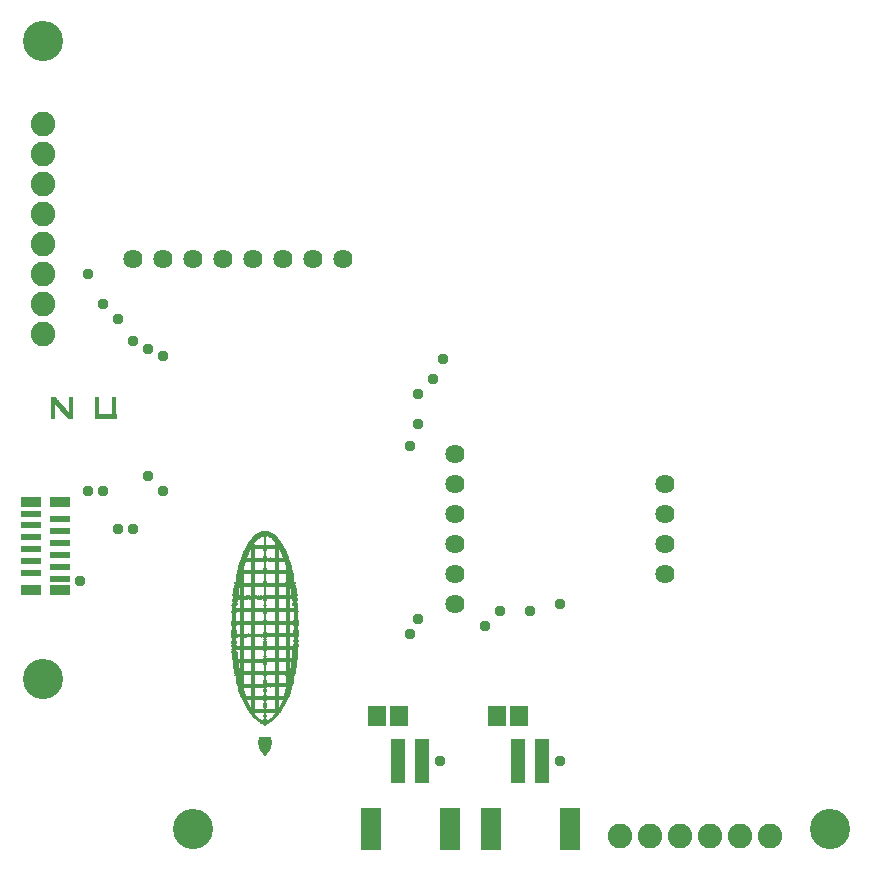
<source format=gts>
G04 EAGLE Gerber RS-274X export*
G75*
%MOMM*%
%FSLAX34Y34*%
%LPD*%
%INTop Solder Mask*%
%IPPOS*%
%AMOC8*
5,1,8,0,0,1.08239X$1,22.5*%
G01*
%ADD10R,0.045719X0.022856*%
%ADD11R,0.091438X0.022863*%
%ADD12R,0.160019X0.022856*%
%ADD13R,0.205738X0.022856*%
%ADD14R,0.228600X0.022856*%
%ADD15R,0.274319X0.022856*%
%ADD16R,0.320038X0.022863*%
%ADD17R,0.365756X0.022856*%
%ADD18R,0.388619X0.022856*%
%ADD19R,0.411481X0.022856*%
%ADD20R,0.457200X0.022856*%
%ADD21R,0.502919X0.022863*%
%ADD22R,0.525781X0.022856*%
%ADD23R,0.548638X0.022856*%
%ADD24R,0.617219X0.022856*%
%ADD25R,0.662938X0.022856*%
%ADD26R,0.662938X0.022863*%
%ADD27R,0.685800X0.022856*%
%ADD28R,0.708656X0.022856*%
%ADD29R,0.731519X0.022856*%
%ADD30R,0.777238X0.022856*%
%ADD31R,0.800100X0.022863*%
%ADD32R,0.800100X0.022856*%
%ADD33R,0.822956X0.022856*%
%ADD34R,0.845819X0.022856*%
%ADD35R,0.868681X0.022856*%
%ADD36R,0.914400X0.022863*%
%ADD37R,0.937256X0.022856*%
%ADD38R,0.960119X0.022856*%
%ADD39R,0.982981X0.022856*%
%ADD40R,0.982981X0.022863*%
%ADD41R,1.005837X0.022856*%
%ADD42R,1.028700X0.022856*%
%ADD43R,1.051556X0.022856*%
%ADD44R,1.074419X0.022856*%
%ADD45R,1.074419X0.022863*%
%ADD46R,1.097281X0.022863*%
%ADD47R,1.120138X0.022856*%
%ADD48R,1.120138X0.022863*%
%ADD49R,1.097275X0.022856*%
%ADD50R,1.005837X0.022863*%
%ADD51R,0.502919X0.022856*%
%ADD52R,0.068575X0.022856*%
%ADD53R,0.114300X0.022856*%
%ADD54R,0.137156X0.022856*%
%ADD55R,0.342900X0.022863*%
%ADD56R,0.022863X0.022856*%
%ADD57R,0.571500X0.022856*%
%ADD58R,0.022856X0.022856*%
%ADD59R,0.708656X0.022863*%
%ADD60R,0.914400X0.022856*%
%ADD61R,1.188719X0.022856*%
%ADD62R,0.754381X0.022856*%
%ADD63R,0.434338X0.022856*%
%ADD64R,0.297181X0.022856*%
%ADD65R,0.388619X0.022863*%
%ADD66R,0.274319X0.022863*%
%ADD67R,0.434338X0.022863*%
%ADD68R,0.342900X0.022856*%
%ADD69R,0.320038X0.022856*%
%ADD70R,0.251456X0.022856*%
%ADD71R,0.251456X0.022863*%
%ADD72R,0.297175X0.022856*%
%ADD73R,0.297181X0.022863*%
%ADD74R,0.297175X0.022863*%
%ADD75R,0.365762X0.022856*%
%ADD76R,1.485900X0.022856*%
%ADD77R,2.628900X0.022863*%
%ADD78R,2.674619X0.022856*%
%ADD79R,2.697481X0.022856*%
%ADD80R,2.743200X0.022856*%
%ADD81R,2.766056X0.022856*%
%ADD82R,2.788919X0.022863*%
%ADD83R,2.834637X0.022856*%
%ADD84R,2.857500X0.022856*%
%ADD85R,2.880356X0.022856*%
%ADD86R,2.926081X0.022856*%
%ADD87R,2.948937X0.022863*%
%ADD88R,1.600200X0.022856*%
%ADD89R,0.640081X0.022856*%
%ADD90R,0.685800X0.022863*%
%ADD91R,0.365756X0.022863*%
%ADD92R,0.411481X0.022863*%
%ADD93R,0.411475X0.022856*%
%ADD94R,2.080256X0.022863*%
%ADD95R,3.817619X0.022856*%
%ADD96R,3.840481X0.022856*%
%ADD97R,3.863338X0.022856*%
%ADD98R,3.886200X0.022863*%
%ADD99R,3.931919X0.022856*%
%ADD100R,3.954781X0.022856*%
%ADD101R,3.977638X0.022856*%
%ADD102R,4.000500X0.022863*%
%ADD103R,4.000500X0.022856*%
%ADD104R,2.148837X0.022856*%
%ADD105R,0.411475X0.022863*%
%ADD106R,0.480056X0.022856*%
%ADD107R,0.480056X0.022863*%
%ADD108R,2.446019X0.022856*%
%ADD109R,0.068581X0.022856*%
%ADD110R,4.594856X0.022856*%
%ADD111R,4.640581X0.022856*%
%ADD112R,4.640581X0.022863*%
%ADD113R,4.663438X0.022856*%
%ADD114R,4.686300X0.022863*%
%ADD115R,4.686300X0.022856*%
%ADD116R,4.709156X0.022856*%
%ADD117R,4.732019X0.022856*%
%ADD118R,2.560319X0.022856*%
%ADD119R,0.617219X0.022863*%
%ADD120R,0.640075X0.022856*%
%ADD121R,0.640081X0.022863*%
%ADD122R,0.640075X0.022863*%
%ADD123R,0.754381X0.022863*%
%ADD124R,0.731519X0.022863*%
%ADD125R,0.754375X0.022856*%
%ADD126R,0.777238X0.022863*%
%ADD127R,0.754375X0.022863*%
%ADD128R,5.097781X0.022856*%
%ADD129R,5.097781X0.022863*%
%ADD130R,5.143500X0.022856*%
%ADD131R,5.189219X0.022856*%
%ADD132R,5.189219X0.022863*%
%ADD133R,0.822956X0.022863*%
%ADD134R,2.743200X0.022863*%
%ADD135R,0.457200X0.022863*%
%ADD136R,0.480063X0.022856*%
%ADD137R,2.880362X0.022863*%
%ADD138R,5.463538X0.022856*%
%ADD139R,5.463538X0.022863*%
%ADD140R,5.486400X0.022863*%
%ADD141R,5.509256X0.022856*%
%ADD142R,2.903219X0.022856*%
%ADD143R,1.234438X0.022856*%
%ADD144R,0.594356X0.022856*%
%ADD145R,3.017519X0.022856*%
%ADD146R,5.600700X0.022856*%
%ADD147R,5.623556X0.022863*%
%ADD148R,5.623556X0.022856*%
%ADD149R,5.646419X0.022856*%
%ADD150R,5.646419X0.022863*%
%ADD151R,2.994656X0.022856*%
%ADD152R,3.063238X0.022856*%
%ADD153R,5.737856X0.022863*%
%ADD154R,5.737856X0.022856*%
%ADD155R,0.068581X0.022863*%
%ADD156R,3.040375X0.022863*%
%ADD157R,3.086100X0.022863*%
%ADD158R,5.692138X0.022856*%
%ADD159R,5.692138X0.022863*%
%ADD160R,5.600700X0.022863*%
%ADD161R,2.948937X0.022856*%
%ADD162R,1.348738X0.022856*%
%ADD163R,0.525775X0.022856*%
%ADD164R,0.480063X0.022863*%
%ADD165R,0.022856X0.022863*%
%ADD166R,0.022863X0.022863*%
%ADD167R,0.365762X0.022863*%
%ADD168R,0.160019X0.022863*%
%ADD169R,0.205738X0.022863*%
%ADD170R,2.926075X0.022863*%
%ADD171R,5.166356X0.022863*%
%ADD172R,5.143500X0.022863*%
%ADD173R,2.514600X0.022856*%
%ADD174R,4.777738X0.022856*%
%ADD175R,4.754875X0.022863*%
%ADD176R,4.732019X0.022863*%
%ADD177R,2.468881X0.022856*%
%ADD178R,0.548638X0.022863*%
%ADD179R,2.286000X0.022856*%
%ADD180R,4.183381X0.022863*%
%ADD181R,4.183381X0.022856*%
%ADD182R,4.160519X0.022856*%
%ADD183R,4.137656X0.022856*%
%ADD184R,4.114800X0.022856*%
%ADD185R,4.091938X0.022863*%
%ADD186R,4.091938X0.022856*%
%ADD187R,4.069075X0.022856*%
%ADD188R,4.046219X0.022856*%
%ADD189R,0.525775X0.022863*%
%ADD190R,2.240281X0.022863*%
%ADD191R,1.828800X0.022863*%
%ADD192R,3.360419X0.022856*%
%ADD193R,3.314700X0.022856*%
%ADD194R,3.268981X0.022856*%
%ADD195R,3.246119X0.022863*%
%ADD196R,3.223256X0.022856*%
%ADD197R,3.200400X0.022856*%
%ADD198R,3.154675X0.022856*%
%ADD199R,3.131819X0.022856*%
%ADD200R,3.108956X0.022863*%
%ADD201R,3.086100X0.022856*%
%ADD202R,1.668781X0.022856*%
%ADD203R,0.594363X0.022863*%
%ADD204R,0.594363X0.022856*%
%ADD205R,0.525781X0.022863*%
%ADD206R,0.571500X0.022863*%
%ADD207R,0.594356X0.022863*%
%ADD208R,1.051562X0.022856*%
%ADD209R,1.783075X0.022856*%
%ADD210R,1.737356X0.022856*%
%ADD211R,1.691638X0.022863*%
%ADD212R,1.623063X0.022856*%
%ADD213R,1.577338X0.022856*%
%ADD214R,1.508756X0.022856*%
%ADD215R,1.417319X0.022856*%
%ADD216R,1.394456X0.022863*%
%ADD217R,1.143000X0.022856*%
%ADD218R,0.937262X0.022863*%
%ADD219R,0.355600X0.008887*%
%ADD220R,0.364488X0.008887*%
%ADD221R,1.831338X0.008887*%
%ADD222R,0.337819X0.008887*%
%ADD223R,0.373375X0.008887*%
%ADD224R,0.382269X0.008887*%
%ADD225R,0.391156X0.008887*%
%ADD226R,0.400050X0.008887*%
%ADD227R,0.408938X0.008887*%
%ADD228R,0.417825X0.008887*%
%ADD229R,0.426719X0.008887*%
%ADD230R,0.435606X0.008887*%
%ADD231R,0.444500X0.008887*%
%ADD232R,0.453387X0.008887*%
%ADD233R,0.462275X0.008887*%
%ADD234R,0.471169X0.008887*%
%ADD235R,0.480056X0.008887*%
%ADD236R,0.488950X0.008887*%
%ADD237R,0.497838X0.008887*%
%ADD238R,0.506725X0.008887*%
%ADD239R,0.515619X0.008887*%
%ADD240R,0.524506X0.008887*%
%ADD241R,0.533400X0.008887*%
%ADD242R,0.542288X0.008887*%
%ADD243R,0.551175X0.008887*%
%ADD244R,0.560069X0.008887*%
%ADD245R,0.568956X0.008887*%
%ADD246R,0.577850X0.008887*%
%ADD247R,0.586738X0.008887*%
%ADD248R,0.595625X0.008887*%
%ADD249R,0.604519X0.008887*%
%ADD250R,0.613406X0.008887*%
%ADD251R,0.622300X0.008887*%
%ADD252R,0.631188X0.008887*%
%ADD253R,0.640075X0.008887*%
%ADD254R,0.648969X0.008887*%
%ADD255R,0.657856X0.008887*%
%ADD256R,0.346706X0.008887*%
%ADD257R,0.666750X0.008887*%
%ADD258R,0.675638X0.008887*%
%ADD259R,0.684525X0.008887*%
%ADD260R,0.693419X0.008887*%
%ADD261R,0.702306X0.008887*%
%ADD262R,0.711200X0.008887*%
%ADD263R,0.720087X0.008887*%
%ADD264R,0.728975X0.008887*%
%ADD265R,0.737869X0.008887*%
%ADD266R,0.746756X0.008887*%
%ADD267R,0.755650X0.008887*%
%ADD268R,0.764538X0.008887*%
%ADD269R,0.773425X0.008887*%
%ADD270R,0.782319X0.008887*%
%ADD271R,0.791206X0.008887*%
%ADD272R,0.800100X0.008887*%
%ADD273R,0.808988X0.008887*%
%ADD274R,0.462281X0.008887*%
%ADD275R,0.826769X0.008887*%
%ADD276R,0.817881X0.008887*%
%ADD277R,0.773431X0.008887*%
%ADD278R,0.728981X0.008887*%
%ADD279R,0.684531X0.008887*%
%ADD280R,0.640081X0.008887*%
%ADD281R,0.595631X0.008887*%
%ADD282R,0.551181X0.008887*%
%ADD283R,0.506731X0.008887*%
%ADD284R,0.417831X0.008887*%
%ADD285R,0.373381X0.008887*%
%ADD286R,1.203200X3.703200*%
%ADD287R,1.703200X3.603200*%
%ADD288R,1.503200X1.703200*%
%ADD289C,1.625600*%
%ADD290C,3.403200*%
%ADD291R,1.803400X0.609600*%
%ADD292R,1.803400X0.812800*%
%ADD293C,2.082800*%
%ADD294C,0.959600*%


D10*
X220358Y99886D03*
D11*
X220358Y100114D03*
D12*
X220243Y100343D03*
D13*
X220472Y100571D03*
D14*
X220358Y100800D03*
D15*
X220358Y101029D03*
D16*
X220358Y101257D03*
D17*
X220358Y101486D03*
D18*
X220472Y101714D03*
D19*
X220358Y101943D03*
D20*
X220358Y102172D03*
D21*
X220358Y102400D03*
D22*
X220472Y102629D03*
D23*
X220358Y102857D03*
D24*
X220243Y103086D03*
D25*
X220472Y103315D03*
D26*
X220472Y103543D03*
D27*
X220358Y103772D03*
D28*
X220472Y104000D03*
D29*
X220358Y104229D03*
D30*
X220358Y104458D03*
D31*
X220472Y104686D03*
D32*
X220472Y104915D03*
D33*
X220358Y105143D03*
D34*
X220472Y105372D03*
D35*
X220358Y105601D03*
D36*
X220358Y105829D03*
D37*
X220472Y106058D03*
X220472Y106286D03*
D38*
X220358Y106515D03*
D39*
X220472Y106744D03*
D40*
X220472Y106972D03*
D41*
X220358Y107201D03*
D42*
X220472Y107429D03*
D43*
X220358Y107658D03*
D44*
X220472Y107887D03*
D45*
X220472Y108115D03*
D44*
X220472Y108344D03*
X220472Y108572D03*
X220472Y108801D03*
X220472Y109030D03*
D46*
X220358Y109258D03*
D47*
X220472Y109487D03*
X220472Y109715D03*
X220472Y109944D03*
X220472Y110173D03*
D48*
X220472Y110401D03*
D47*
X220472Y110630D03*
X220472Y110858D03*
X220472Y111087D03*
X220472Y111316D03*
D48*
X220472Y111544D03*
D47*
X220472Y111773D03*
X220472Y112001D03*
X220472Y112230D03*
X220472Y112459D03*
D48*
X220472Y112687D03*
D49*
X220586Y112916D03*
D44*
X220472Y113144D03*
X220472Y113373D03*
X220472Y113602D03*
D45*
X220472Y113830D03*
D44*
X220472Y114059D03*
X220472Y114287D03*
D43*
X220586Y114516D03*
D42*
X220472Y114745D03*
D50*
X220586Y114973D03*
D39*
X220472Y115202D03*
D51*
X222872Y115430D03*
D52*
X220243Y125489D03*
D53*
X220472Y125717D03*
D54*
X220358Y125946D03*
D14*
X220129Y126175D03*
D55*
X220243Y126403D03*
D19*
X220358Y126632D03*
D51*
X220129Y126860D03*
D56*
X217272Y127089D03*
D57*
X220472Y127089D03*
D24*
X220243Y127318D03*
D58*
X223672Y127318D03*
D59*
X220243Y127546D03*
D32*
X220243Y127775D03*
D34*
X220472Y128003D03*
D60*
X220129Y128232D03*
D42*
X220243Y128461D03*
D45*
X220472Y128689D03*
D47*
X220243Y128918D03*
D61*
X220358Y129146D03*
D19*
X216471Y129375D03*
D62*
X222758Y129375D03*
D63*
X215900Y129604D03*
D64*
X220472Y129604D03*
D19*
X224472Y129604D03*
D65*
X215443Y129832D03*
D66*
X220586Y129832D03*
D67*
X225044Y129832D03*
D68*
X215214Y130061D03*
D15*
X220358Y130061D03*
D18*
X225501Y130061D03*
D68*
X214757Y130289D03*
D64*
X220472Y130289D03*
D68*
X225730Y130289D03*
D69*
X214414Y130518D03*
D15*
X220586Y130518D03*
D68*
X226187Y130518D03*
D69*
X214185Y130747D03*
D70*
X220472Y130747D03*
D69*
X226530Y130747D03*
D16*
X213957Y130975D03*
D71*
X220472Y130975D03*
D16*
X226758Y130975D03*
D64*
X213614Y131204D03*
D70*
X220472Y131204D03*
D69*
X226987Y131204D03*
D72*
X213385Y131432D03*
D70*
X220472Y131432D03*
D64*
X227330Y131432D03*
D72*
X213157Y131661D03*
D70*
X220472Y131661D03*
D64*
X227559Y131661D03*
D69*
X212814Y131890D03*
D70*
X220472Y131890D03*
D64*
X227787Y131890D03*
D16*
X212585Y132118D03*
D71*
X220472Y132118D03*
D16*
X228130Y132118D03*
D15*
X212357Y132347D03*
D70*
X220472Y132347D03*
D69*
X228359Y132347D03*
X212128Y132575D03*
D70*
X220472Y132575D03*
D15*
X228587Y132575D03*
D72*
X212014Y132804D03*
D15*
X220358Y132804D03*
D69*
X228816Y132804D03*
D64*
X211785Y133033D03*
X220472Y133033D03*
X228930Y133033D03*
D73*
X211557Y133261D03*
X220472Y133261D03*
D74*
X229159Y133261D03*
D15*
X211442Y133490D03*
X220586Y133490D03*
D72*
X229387Y133490D03*
X211099Y133718D03*
D70*
X220472Y133718D03*
D15*
X229502Y133718D03*
D72*
X210871Y133947D03*
D70*
X220472Y133947D03*
D64*
X229845Y133947D03*
D72*
X210871Y134176D03*
D70*
X220472Y134176D03*
D64*
X230073Y134176D03*
D16*
X210528Y134404D03*
D71*
X220472Y134404D03*
D73*
X230073Y134404D03*
D69*
X210299Y134633D03*
D70*
X220472Y134633D03*
D69*
X230416Y134633D03*
D64*
X210185Y134861D03*
D70*
X220472Y134861D03*
D69*
X230645Y134861D03*
D68*
X209956Y135090D03*
D70*
X220472Y135090D03*
D64*
X230759Y135090D03*
D68*
X209956Y135319D03*
D70*
X220472Y135319D03*
D68*
X230988Y135319D03*
D55*
X209956Y135547D03*
D71*
X220472Y135547D03*
D55*
X230988Y135547D03*
D75*
X209842Y135776D03*
D70*
X220472Y135776D03*
D68*
X230988Y135776D03*
D19*
X209613Y136004D03*
D15*
X220358Y136004D03*
D17*
X231102Y136004D03*
D63*
X209728Y136233D03*
D53*
X212700Y136233D03*
D20*
X216014Y136233D03*
D68*
X220243Y136233D03*
D19*
X231330Y136233D03*
D76*
X214986Y136462D03*
D20*
X224930Y136462D03*
D53*
X228244Y136462D03*
D63*
X231216Y136462D03*
D77*
X220243Y136690D03*
D78*
X220472Y136919D03*
D79*
X220358Y137147D03*
D80*
X220358Y137376D03*
D81*
X220472Y137605D03*
D82*
X220358Y137833D03*
D83*
X220358Y138062D03*
D84*
X220472Y138290D03*
D85*
X220358Y138519D03*
D86*
X220358Y138748D03*
D87*
X220472Y138976D03*
D24*
X208585Y139205D03*
D88*
X227216Y139205D03*
D89*
X208470Y139433D03*
D70*
X220472Y139433D03*
D24*
X232359Y139433D03*
D89*
X208470Y139662D03*
D70*
X220472Y139662D03*
D89*
X232473Y139662D03*
D25*
X208356Y139891D03*
D70*
X220472Y139891D03*
D89*
X232473Y139891D03*
D90*
X208242Y140119D03*
D71*
X220472Y140119D03*
D26*
X232588Y140119D03*
D27*
X208242Y140348D03*
D70*
X220472Y140348D03*
D27*
X232702Y140348D03*
D68*
X206527Y140576D03*
D69*
X210071Y140576D03*
D70*
X220472Y140576D03*
D27*
X232702Y140576D03*
D68*
X206299Y140805D03*
D69*
X210071Y140805D03*
D15*
X220358Y140805D03*
D69*
X230873Y140805D03*
D68*
X234417Y140805D03*
D69*
X206184Y141034D03*
X210071Y141034D03*
D64*
X220472Y141034D03*
D69*
X230873Y141034D03*
D68*
X234645Y141034D03*
D91*
X205956Y141262D03*
D16*
X210071Y141262D03*
D73*
X220472Y141262D03*
D16*
X230873Y141262D03*
X234759Y141262D03*
D68*
X205842Y141491D03*
D69*
X210071Y141491D03*
D15*
X220586Y141491D03*
D69*
X230873Y141491D03*
D75*
X234988Y141491D03*
D68*
X205842Y141719D03*
D69*
X210071Y141719D03*
D15*
X220358Y141719D03*
D69*
X230873Y141719D03*
D68*
X235102Y141719D03*
D17*
X205727Y141948D03*
D69*
X210071Y141948D03*
D64*
X220472Y141948D03*
D69*
X230873Y141948D03*
D68*
X235102Y141948D03*
D17*
X205499Y142177D03*
D69*
X210071Y142177D03*
D15*
X220586Y142177D03*
D69*
X230873Y142177D03*
D17*
X235217Y142177D03*
D65*
X205384Y142405D03*
D16*
X210071Y142405D03*
D71*
X220472Y142405D03*
D16*
X230873Y142405D03*
D91*
X235445Y142405D03*
D75*
X205270Y142634D03*
D64*
X210185Y142634D03*
D15*
X220358Y142634D03*
D69*
X230873Y142634D03*
D18*
X235560Y142634D03*
D75*
X205270Y142862D03*
D69*
X210071Y142862D03*
D64*
X220472Y142862D03*
X230759Y142862D03*
D17*
X235674Y142862D03*
D18*
X205156Y143091D03*
D69*
X210071Y143091D03*
D64*
X220472Y143091D03*
D69*
X230873Y143091D03*
D17*
X235674Y143091D03*
X205041Y143320D03*
D69*
X210071Y143320D03*
D64*
X220472Y143320D03*
D69*
X230873Y143320D03*
D18*
X235788Y143320D03*
D65*
X204927Y143548D03*
D16*
X210071Y143548D03*
D73*
X220472Y143548D03*
D16*
X230873Y143548D03*
D91*
X235902Y143548D03*
D18*
X204699Y143777D03*
D69*
X210071Y143777D03*
D15*
X220586Y143777D03*
D69*
X230873Y143777D03*
D18*
X236017Y143777D03*
D17*
X204584Y144005D03*
D69*
X210071Y144005D03*
D70*
X220472Y144005D03*
D69*
X230873Y144005D03*
D18*
X236245Y144005D03*
D17*
X204584Y144234D03*
D69*
X210071Y144234D03*
D70*
X220472Y144234D03*
D69*
X230873Y144234D03*
D17*
X236360Y144234D03*
D18*
X204470Y144463D03*
D69*
X210071Y144463D03*
D70*
X220472Y144463D03*
D69*
X230873Y144463D03*
D17*
X236360Y144463D03*
D91*
X204356Y144691D03*
D16*
X210071Y144691D03*
D71*
X220472Y144691D03*
D16*
X230873Y144691D03*
D65*
X236474Y144691D03*
D18*
X204241Y144920D03*
D69*
X210071Y144920D03*
D70*
X220472Y144920D03*
D69*
X230873Y144920D03*
D17*
X236588Y144920D03*
D75*
X204127Y145148D03*
D69*
X210071Y145148D03*
D70*
X220472Y145148D03*
D69*
X230873Y145148D03*
D18*
X236703Y145148D03*
X204013Y145377D03*
D69*
X210071Y145377D03*
D70*
X220472Y145377D03*
D69*
X230873Y145377D03*
D17*
X236817Y145377D03*
D19*
X203898Y145606D03*
D69*
X210071Y145606D03*
D70*
X220472Y145606D03*
D69*
X230873Y145606D03*
D18*
X236931Y145606D03*
D65*
X203784Y145834D03*
D73*
X210185Y145834D03*
D71*
X220472Y145834D03*
D16*
X230873Y145834D03*
D92*
X237045Y145834D03*
D17*
X203670Y146063D03*
D64*
X210185Y146063D03*
D70*
X220472Y146063D03*
D64*
X230759Y146063D03*
D18*
X237160Y146063D03*
X203556Y146291D03*
D64*
X210185Y146291D03*
D70*
X220472Y146291D03*
D64*
X230759Y146291D03*
D75*
X237274Y146291D03*
D93*
X203441Y146520D03*
D69*
X210071Y146520D03*
D15*
X220358Y146520D03*
D64*
X230759Y146520D03*
D18*
X237388Y146520D03*
D93*
X203441Y146749D03*
D69*
X210071Y146749D03*
X220358Y146749D03*
X230873Y146749D03*
D19*
X237503Y146749D03*
D94*
X211785Y146977D03*
D16*
X230873Y146977D03*
D92*
X237503Y146977D03*
D95*
X220472Y147206D03*
D96*
X220358Y147434D03*
D97*
X220472Y147663D03*
X220472Y147892D03*
D98*
X220358Y148120D03*
D99*
X220358Y148349D03*
D100*
X220472Y148577D03*
X220472Y148806D03*
D101*
X220358Y149035D03*
D102*
X220472Y149263D03*
D103*
X220472Y149492D03*
D63*
X202184Y149720D03*
D69*
X210071Y149720D03*
D104*
X229730Y149720D03*
D19*
X202070Y149949D03*
D69*
X210071Y149949D03*
D64*
X220472Y149949D03*
D69*
X230873Y149949D03*
D63*
X238760Y149949D03*
D19*
X202070Y150178D03*
D69*
X210071Y150178D03*
D15*
X220586Y150178D03*
D69*
X230873Y150178D03*
D93*
X238874Y150178D03*
D67*
X201955Y150406D03*
D73*
X210185Y150406D03*
D66*
X220358Y150406D03*
D16*
X230873Y150406D03*
D105*
X238874Y150406D03*
D19*
X201841Y150635D03*
D69*
X210071Y150635D03*
D15*
X220586Y150635D03*
D64*
X230759Y150635D03*
D63*
X238989Y150635D03*
D19*
X201841Y150863D03*
D69*
X210071Y150863D03*
D70*
X220472Y150863D03*
D69*
X230873Y150863D03*
D93*
X239103Y150863D03*
D19*
X201841Y151092D03*
D69*
X210071Y151092D03*
D70*
X220472Y151092D03*
D69*
X230873Y151092D03*
D93*
X239103Y151092D03*
D19*
X201612Y151321D03*
D64*
X210185Y151321D03*
D70*
X220472Y151321D03*
D69*
X230873Y151321D03*
D93*
X239103Y151321D03*
D67*
X201498Y151549D03*
D73*
X210185Y151549D03*
D71*
X220472Y151549D03*
D73*
X230759Y151549D03*
D92*
X239331Y151549D03*
D63*
X201498Y151778D03*
D64*
X210185Y151778D03*
D70*
X220472Y151778D03*
D64*
X230759Y151778D03*
D63*
X239446Y151778D03*
D93*
X201384Y152006D03*
D64*
X210185Y152006D03*
D70*
X220472Y152006D03*
D64*
X230759Y152006D03*
D63*
X239446Y152006D03*
D93*
X201384Y152235D03*
D64*
X210185Y152235D03*
D70*
X220472Y152235D03*
D64*
X230759Y152235D03*
D19*
X239560Y152235D03*
D63*
X201270Y152464D03*
D64*
X210185Y152464D03*
D70*
X220472Y152464D03*
D64*
X230759Y152464D03*
D19*
X239560Y152464D03*
D105*
X201155Y152692D03*
D73*
X210185Y152692D03*
D71*
X220472Y152692D03*
D73*
X230759Y152692D03*
D67*
X239674Y152692D03*
D93*
X201155Y152921D03*
D64*
X210185Y152921D03*
D70*
X220472Y152921D03*
D64*
X230759Y152921D03*
D19*
X239789Y152921D03*
D63*
X201041Y153149D03*
D64*
X210185Y153149D03*
D70*
X220472Y153149D03*
D64*
X230759Y153149D03*
D19*
X239789Y153149D03*
D18*
X201041Y153378D03*
D64*
X210185Y153378D03*
D70*
X220472Y153378D03*
D64*
X230759Y153378D03*
D63*
X239903Y153378D03*
X200812Y153607D03*
D64*
X210185Y153607D03*
D70*
X220472Y153607D03*
D64*
X230759Y153607D03*
D18*
X239903Y153607D03*
D67*
X200812Y153835D03*
D73*
X210185Y153835D03*
D71*
X220472Y153835D03*
D73*
X230759Y153835D03*
D67*
X240132Y153835D03*
D19*
X200698Y154064D03*
D64*
X210185Y154064D03*
D70*
X220472Y154064D03*
D64*
X230759Y154064D03*
D63*
X240132Y154064D03*
X200584Y154292D03*
D64*
X210185Y154292D03*
D15*
X220358Y154292D03*
D64*
X230759Y154292D03*
D93*
X240246Y154292D03*
D63*
X200584Y154521D03*
D64*
X210185Y154521D03*
X220472Y154521D03*
X230759Y154521D03*
D63*
X240360Y154521D03*
X200584Y154750D03*
D64*
X210185Y154750D03*
X220472Y154750D03*
X230759Y154750D03*
D63*
X240360Y154750D03*
D67*
X200584Y154978D03*
D73*
X210185Y154978D03*
D66*
X220586Y154978D03*
D73*
X230759Y154978D03*
D67*
X240360Y154978D03*
D63*
X200584Y155207D03*
D64*
X210185Y155207D03*
D70*
X220472Y155207D03*
D64*
X230759Y155207D03*
D63*
X240360Y155207D03*
D106*
X200355Y155435D03*
D64*
X210185Y155435D03*
D70*
X220472Y155435D03*
D64*
X230759Y155435D03*
D63*
X240360Y155435D03*
D106*
X200355Y155664D03*
D64*
X210185Y155664D03*
D15*
X220358Y155664D03*
D64*
X230759Y155664D03*
D106*
X240589Y155664D03*
X200355Y155893D03*
D64*
X210185Y155893D03*
D15*
X220586Y155893D03*
D64*
X230759Y155893D03*
D106*
X240589Y155893D03*
D107*
X200355Y156121D03*
D16*
X210071Y156121D03*
D71*
X220472Y156121D03*
D73*
X230759Y156121D03*
D107*
X240589Y156121D03*
D106*
X200355Y156350D03*
D64*
X210185Y156350D03*
D70*
X220472Y156350D03*
D69*
X230873Y156350D03*
D106*
X240589Y156350D03*
D51*
X200241Y156578D03*
D64*
X210185Y156578D03*
D70*
X220472Y156578D03*
D64*
X230759Y156578D03*
D106*
X240589Y156578D03*
D51*
X200241Y156807D03*
D64*
X210185Y156807D03*
D70*
X220472Y156807D03*
D64*
X230759Y156807D03*
D51*
X240703Y156807D03*
X200241Y157036D03*
D69*
X210071Y157036D03*
D70*
X220472Y157036D03*
D64*
X230759Y157036D03*
D51*
X240703Y157036D03*
D21*
X200241Y157264D03*
D16*
X210071Y157264D03*
D66*
X220358Y157264D03*
D16*
X230873Y157264D03*
D21*
X240703Y157264D03*
D51*
X200241Y157493D03*
D68*
X209956Y157493D03*
D52*
X215671Y157493D03*
D69*
X220358Y157493D03*
X230873Y157493D03*
D51*
X240703Y157493D03*
D108*
X209956Y157721D03*
D109*
X225273Y157721D03*
D68*
X230988Y157721D03*
D51*
X240703Y157721D03*
D110*
X220243Y157950D03*
D111*
X220472Y158179D03*
D112*
X220472Y158407D03*
D111*
X220472Y158636D03*
X220472Y158864D03*
X220472Y159093D03*
D113*
X220358Y159322D03*
D114*
X220472Y159550D03*
D115*
X220472Y159779D03*
D116*
X220358Y160007D03*
D117*
X220243Y160236D03*
D24*
X199669Y160465D03*
D69*
X210071Y160465D03*
D118*
X231559Y160465D03*
D119*
X199669Y160693D03*
D16*
X210071Y160693D03*
D73*
X220701Y160693D03*
D16*
X230873Y160693D03*
D119*
X241275Y160693D03*
D24*
X199669Y160922D03*
D64*
X210185Y160922D03*
D70*
X220472Y160922D03*
D69*
X230873Y160922D03*
D24*
X241275Y160922D03*
X199669Y161150D03*
D64*
X210185Y161150D03*
D70*
X220472Y161150D03*
D64*
X230759Y161150D03*
D24*
X241275Y161150D03*
D89*
X199555Y161379D03*
D69*
X210071Y161379D03*
D70*
X220472Y161379D03*
D64*
X230759Y161379D03*
D24*
X241275Y161379D03*
D89*
X199555Y161608D03*
D64*
X210185Y161608D03*
D15*
X220358Y161608D03*
D69*
X230873Y161608D03*
D120*
X241389Y161608D03*
D121*
X199555Y161836D03*
D73*
X210185Y161836D03*
X220472Y161836D03*
X230759Y161836D03*
D122*
X241389Y161836D03*
D89*
X199555Y162065D03*
D69*
X210071Y162065D03*
D64*
X220472Y162065D03*
X230759Y162065D03*
D120*
X241389Y162065D03*
D89*
X199555Y162293D03*
D69*
X210071Y162293D03*
D64*
X220472Y162293D03*
D69*
X230873Y162293D03*
D120*
X241389Y162293D03*
D89*
X199555Y162522D03*
D64*
X210185Y162522D03*
X220472Y162522D03*
D69*
X230873Y162522D03*
D120*
X241389Y162522D03*
D89*
X199555Y162751D03*
D64*
X210185Y162751D03*
X220472Y162751D03*
X230759Y162751D03*
D120*
X241389Y162751D03*
D90*
X199326Y162979D03*
D73*
X210185Y162979D03*
X220472Y162979D03*
X230759Y162979D03*
D122*
X241389Y162979D03*
D27*
X199326Y163208D03*
D69*
X210071Y163208D03*
D64*
X220472Y163208D03*
X230759Y163208D03*
D27*
X241617Y163208D03*
X199326Y163436D03*
D69*
X210071Y163436D03*
D15*
X220586Y163436D03*
D69*
X230873Y163436D03*
D27*
X241617Y163436D03*
X199326Y163665D03*
D69*
X210071Y163665D03*
D70*
X220472Y163665D03*
D69*
X230873Y163665D03*
D27*
X241617Y163665D03*
X199326Y163894D03*
D69*
X210071Y163894D03*
D70*
X220472Y163894D03*
D69*
X230873Y163894D03*
D27*
X241617Y163894D03*
D90*
X199326Y164122D03*
D16*
X210071Y164122D03*
D71*
X220472Y164122D03*
D16*
X230873Y164122D03*
D90*
X241617Y164122D03*
D27*
X199326Y164351D03*
D69*
X210071Y164351D03*
D70*
X220472Y164351D03*
D69*
X230873Y164351D03*
D27*
X241617Y164351D03*
X199326Y164579D03*
D69*
X210071Y164579D03*
D70*
X220472Y164579D03*
D69*
X230873Y164579D03*
D27*
X241617Y164579D03*
D28*
X199212Y164808D03*
D64*
X210185Y164808D03*
D70*
X220472Y164808D03*
D69*
X230873Y164808D03*
D27*
X241617Y164808D03*
D28*
X199212Y165037D03*
D64*
X210185Y165037D03*
D70*
X220472Y165037D03*
D64*
X230759Y165037D03*
D28*
X241732Y165037D03*
D59*
X199212Y165265D03*
D73*
X210185Y165265D03*
D71*
X220472Y165265D03*
D73*
X230759Y165265D03*
D59*
X241732Y165265D03*
D28*
X199212Y165494D03*
D64*
X210185Y165494D03*
D70*
X220472Y165494D03*
D64*
X230759Y165494D03*
D28*
X241732Y165494D03*
X199212Y165722D03*
D64*
X210185Y165722D03*
D70*
X220472Y165722D03*
D64*
X230759Y165722D03*
D28*
X241732Y165722D03*
D29*
X199098Y165951D03*
D64*
X210185Y165951D03*
D70*
X220472Y165951D03*
D64*
X230759Y165951D03*
D28*
X241732Y165951D03*
D29*
X199098Y166180D03*
D64*
X210185Y166180D03*
D70*
X220472Y166180D03*
D64*
X230759Y166180D03*
D28*
X241732Y166180D03*
D123*
X198984Y166408D03*
D73*
X210185Y166408D03*
D71*
X220472Y166408D03*
D73*
X230759Y166408D03*
D124*
X241846Y166408D03*
D62*
X198984Y166637D03*
D64*
X210185Y166637D03*
D70*
X220472Y166637D03*
D64*
X230759Y166637D03*
D125*
X241960Y166637D03*
D62*
X198984Y166865D03*
D64*
X210185Y166865D03*
D70*
X220472Y166865D03*
D64*
X230759Y166865D03*
D125*
X241960Y166865D03*
D62*
X198984Y167094D03*
D64*
X210185Y167094D03*
D70*
X220472Y167094D03*
D64*
X230759Y167094D03*
D125*
X241960Y167094D03*
D62*
X198984Y167323D03*
D64*
X210185Y167323D03*
D15*
X220358Y167323D03*
D64*
X230759Y167323D03*
D125*
X241960Y167323D03*
D126*
X198869Y167551D03*
D73*
X210185Y167551D03*
D66*
X220586Y167551D03*
D73*
X230759Y167551D03*
D127*
X241960Y167551D03*
D30*
X198869Y167780D03*
D69*
X210071Y167780D03*
D70*
X220472Y167780D03*
D64*
X230759Y167780D03*
D30*
X242075Y167780D03*
X198869Y168008D03*
D69*
X210071Y168008D03*
D70*
X220472Y168008D03*
D69*
X230873Y168008D03*
D30*
X242075Y168008D03*
D78*
X208356Y168237D03*
D69*
X230873Y168237D03*
D30*
X242075Y168237D03*
D128*
X220472Y168466D03*
D129*
X220472Y168694D03*
D128*
X220472Y168923D03*
X220472Y169151D03*
D130*
X220243Y169380D03*
D131*
X220472Y169609D03*
D132*
X220472Y169837D03*
D131*
X220472Y170066D03*
X220472Y170294D03*
X220472Y170523D03*
X220472Y170752D03*
D133*
X198641Y170980D03*
D16*
X210071Y170980D03*
D134*
X232702Y170980D03*
D20*
X196812Y171209D03*
D69*
X201155Y171209D03*
X210071Y171209D03*
D64*
X220472Y171209D03*
D69*
X230873Y171209D03*
D33*
X242303Y171209D03*
D63*
X196698Y171437D03*
D69*
X201155Y171437D03*
X210071Y171437D03*
D15*
X220586Y171437D03*
D69*
X230873Y171437D03*
X239789Y171437D03*
D20*
X244132Y171437D03*
X196583Y171666D03*
D69*
X201155Y171666D03*
X210071Y171666D03*
D70*
X220472Y171666D03*
D69*
X230873Y171666D03*
X239789Y171666D03*
D63*
X244246Y171666D03*
X196469Y171895D03*
D69*
X201155Y171895D03*
X210071Y171895D03*
D70*
X220472Y171895D03*
D69*
X230873Y171895D03*
X239789Y171895D03*
D20*
X244361Y171895D03*
D67*
X196469Y172123D03*
D16*
X201155Y172123D03*
X210071Y172123D03*
D71*
X220472Y172123D03*
D16*
X230873Y172123D03*
X239789Y172123D03*
D67*
X244475Y172123D03*
D63*
X196469Y172352D03*
D69*
X201155Y172352D03*
X210071Y172352D03*
D70*
X220472Y172352D03*
D69*
X230873Y172352D03*
X239789Y172352D03*
D63*
X244475Y172352D03*
X196469Y172580D03*
D69*
X201155Y172580D03*
D64*
X210185Y172580D03*
D70*
X220472Y172580D03*
D69*
X230873Y172580D03*
X239789Y172580D03*
D63*
X244475Y172580D03*
X196469Y172809D03*
D69*
X201155Y172809D03*
X210071Y172809D03*
D70*
X220472Y172809D03*
D64*
X230759Y172809D03*
D69*
X239789Y172809D03*
D63*
X244475Y172809D03*
X196469Y173038D03*
D69*
X201155Y173038D03*
X210071Y173038D03*
D70*
X220472Y173038D03*
D69*
X230873Y173038D03*
X239789Y173038D03*
D63*
X244475Y173038D03*
D67*
X196469Y173266D03*
D16*
X201155Y173266D03*
X210071Y173266D03*
D71*
X220472Y173266D03*
D16*
X230873Y173266D03*
X239789Y173266D03*
D67*
X244475Y173266D03*
D63*
X196469Y173495D03*
D69*
X201155Y173495D03*
D64*
X210185Y173495D03*
D70*
X220472Y173495D03*
D69*
X230873Y173495D03*
X239789Y173495D03*
D63*
X244475Y173495D03*
D19*
X196355Y173723D03*
D69*
X201155Y173723D03*
D64*
X210185Y173723D03*
D70*
X220472Y173723D03*
D64*
X230759Y173723D03*
D69*
X239789Y173723D03*
D63*
X244475Y173723D03*
X196240Y173952D03*
D69*
X201155Y173952D03*
D64*
X210185Y173952D03*
D70*
X220472Y173952D03*
D64*
X230759Y173952D03*
D69*
X239789Y173952D03*
D93*
X244589Y173952D03*
D20*
X196126Y174181D03*
D69*
X201155Y174181D03*
D64*
X210185Y174181D03*
D70*
X220472Y174181D03*
D64*
X230759Y174181D03*
D69*
X239789Y174181D03*
D63*
X244704Y174181D03*
D135*
X196126Y174409D03*
D16*
X201155Y174409D03*
D73*
X210185Y174409D03*
D71*
X220472Y174409D03*
D73*
X230759Y174409D03*
D16*
X239789Y174409D03*
D135*
X244818Y174409D03*
D20*
X196126Y174638D03*
D69*
X201155Y174638D03*
D64*
X210185Y174638D03*
D70*
X220472Y174638D03*
D64*
X230759Y174638D03*
D69*
X239789Y174638D03*
D20*
X244818Y174638D03*
X196126Y174866D03*
D69*
X201155Y174866D03*
D64*
X210185Y174866D03*
D70*
X220472Y174866D03*
D64*
X230759Y174866D03*
D69*
X239789Y174866D03*
D20*
X244818Y174866D03*
D63*
X196012Y175095D03*
D69*
X201155Y175095D03*
D64*
X210185Y175095D03*
D70*
X220472Y175095D03*
D64*
X230759Y175095D03*
D69*
X239789Y175095D03*
D20*
X244818Y175095D03*
D63*
X196012Y175324D03*
D69*
X201155Y175324D03*
D64*
X210185Y175324D03*
D70*
X220472Y175324D03*
D64*
X230759Y175324D03*
D69*
X239789Y175324D03*
D63*
X244932Y175324D03*
D67*
X196012Y175552D03*
D16*
X201155Y175552D03*
D73*
X210185Y175552D03*
D71*
X220472Y175552D03*
D73*
X230759Y175552D03*
D16*
X239789Y175552D03*
D67*
X244932Y175552D03*
D63*
X196012Y175781D03*
D69*
X201155Y175781D03*
D64*
X210185Y175781D03*
D70*
X220472Y175781D03*
D64*
X230759Y175781D03*
D69*
X239789Y175781D03*
D63*
X244932Y175781D03*
X196012Y176009D03*
D69*
X201155Y176009D03*
D64*
X210185Y176009D03*
D70*
X220472Y176009D03*
D64*
X230759Y176009D03*
D69*
X239789Y176009D03*
D63*
X244932Y176009D03*
D20*
X195897Y176238D03*
D69*
X201155Y176238D03*
D64*
X210185Y176238D03*
D70*
X220472Y176238D03*
D64*
X230759Y176238D03*
D69*
X239789Y176238D03*
D63*
X244932Y176238D03*
X195783Y176467D03*
D69*
X201155Y176467D03*
D64*
X210185Y176467D03*
D70*
X220472Y176467D03*
D64*
X230759Y176467D03*
D69*
X239789Y176467D03*
D20*
X245046Y176467D03*
D67*
X195783Y176695D03*
D16*
X201155Y176695D03*
D73*
X210185Y176695D03*
D71*
X220472Y176695D03*
D73*
X230759Y176695D03*
D16*
X239789Y176695D03*
D67*
X245161Y176695D03*
D63*
X195783Y176924D03*
D69*
X201155Y176924D03*
D64*
X210185Y176924D03*
D70*
X220472Y176924D03*
D64*
X230759Y176924D03*
D69*
X239789Y176924D03*
D63*
X245161Y176924D03*
X195783Y177152D03*
D69*
X201155Y177152D03*
D64*
X210185Y177152D03*
D70*
X220472Y177152D03*
D64*
X230759Y177152D03*
D69*
X239789Y177152D03*
D63*
X245161Y177152D03*
X195783Y177381D03*
D69*
X201155Y177381D03*
D64*
X210185Y177381D03*
D15*
X220358Y177381D03*
D64*
X230759Y177381D03*
D69*
X239789Y177381D03*
D63*
X245161Y177381D03*
X195783Y177610D03*
D69*
X201155Y177610D03*
D64*
X210185Y177610D03*
X220472Y177610D03*
X230759Y177610D03*
D69*
X239789Y177610D03*
D63*
X245161Y177610D03*
D135*
X195669Y177838D03*
D16*
X201155Y177838D03*
D73*
X210185Y177838D03*
X220472Y177838D03*
X230759Y177838D03*
D16*
X239789Y177838D03*
D67*
X245161Y177838D03*
D136*
X195555Y178067D03*
D69*
X201155Y178067D03*
X210071Y178067D03*
D64*
X220472Y178067D03*
X230759Y178067D03*
D69*
X239789Y178067D03*
D20*
X245275Y178067D03*
D136*
X195555Y178295D03*
D69*
X201155Y178295D03*
X210071Y178295D03*
D64*
X220472Y178295D03*
D69*
X230873Y178295D03*
X239789Y178295D03*
D106*
X245389Y178295D03*
D136*
X195555Y178524D03*
D64*
X201270Y178524D03*
D69*
X210071Y178524D03*
D64*
X220472Y178524D03*
D69*
X230873Y178524D03*
X239789Y178524D03*
D106*
X245389Y178524D03*
D136*
X195555Y178753D03*
D69*
X201155Y178753D03*
X210071Y178753D03*
D64*
X220472Y178753D03*
D69*
X230873Y178753D03*
D72*
X239674Y178753D03*
D106*
X245389Y178753D03*
D137*
X207556Y178981D03*
D16*
X230873Y178981D03*
X239789Y178981D03*
D107*
X245389Y178981D03*
D138*
X220472Y179210D03*
X220472Y179438D03*
X220472Y179667D03*
X220472Y179896D03*
D139*
X220472Y180124D03*
D138*
X220472Y180353D03*
X220472Y180581D03*
X220472Y180810D03*
X220472Y181039D03*
D140*
X220358Y181267D03*
D141*
X220472Y181496D03*
D20*
X195212Y181724D03*
D69*
X201155Y181724D03*
X210071Y181724D03*
D142*
X233502Y181724D03*
D63*
X195097Y181953D03*
D69*
X201155Y181953D03*
X210071Y181953D03*
D64*
X220472Y181953D03*
D69*
X230873Y181953D03*
X239789Y181953D03*
D20*
X245732Y181953D03*
D63*
X195097Y182182D03*
D69*
X201155Y182182D03*
X210071Y182182D03*
D15*
X220586Y182182D03*
D69*
X230873Y182182D03*
X239789Y182182D03*
D63*
X245847Y182182D03*
D67*
X195097Y182410D03*
D16*
X201155Y182410D03*
X210071Y182410D03*
D71*
X220472Y182410D03*
D16*
X230873Y182410D03*
X239789Y182410D03*
D67*
X245847Y182410D03*
D63*
X195097Y182639D03*
D69*
X201155Y182639D03*
X210071Y182639D03*
D70*
X220472Y182639D03*
D69*
X230873Y182639D03*
X239789Y182639D03*
D63*
X245847Y182639D03*
X195097Y182867D03*
D69*
X201155Y182867D03*
D64*
X210185Y182867D03*
D70*
X220472Y182867D03*
D69*
X230873Y182867D03*
X239789Y182867D03*
D63*
X245847Y182867D03*
X195097Y183096D03*
D69*
X201155Y183096D03*
X210071Y183096D03*
D70*
X220472Y183096D03*
D64*
X230759Y183096D03*
D69*
X239789Y183096D03*
D63*
X245847Y183096D03*
X195097Y183325D03*
D69*
X201155Y183325D03*
X210071Y183325D03*
D70*
X220472Y183325D03*
D69*
X230873Y183325D03*
X239789Y183325D03*
D63*
X245847Y183325D03*
D67*
X195097Y183553D03*
D16*
X201155Y183553D03*
X210071Y183553D03*
D66*
X220358Y183553D03*
D16*
X230873Y183553D03*
X239789Y183553D03*
D67*
X245847Y183553D03*
D63*
X195097Y183782D03*
D69*
X201155Y183782D03*
X210071Y183782D03*
D64*
X220472Y183782D03*
D69*
X230873Y183782D03*
X239789Y183782D03*
D63*
X245847Y183782D03*
X195097Y184010D03*
D69*
X201155Y184010D03*
X210071Y184010D03*
D15*
X220586Y184010D03*
D69*
X230873Y184010D03*
X239789Y184010D03*
D63*
X245847Y184010D03*
X195097Y184239D03*
D69*
X201155Y184239D03*
X210071Y184239D03*
D70*
X220472Y184239D03*
D69*
X230873Y184239D03*
X239789Y184239D03*
D63*
X245847Y184239D03*
D19*
X194983Y184468D03*
D69*
X201155Y184468D03*
X210071Y184468D03*
D70*
X220472Y184468D03*
D69*
X230873Y184468D03*
X239789Y184468D03*
D63*
X245847Y184468D03*
D92*
X194983Y184696D03*
D16*
X201155Y184696D03*
X210071Y184696D03*
D71*
X220472Y184696D03*
D16*
X230873Y184696D03*
X239789Y184696D03*
D105*
X245961Y184696D03*
D63*
X194869Y184925D03*
D69*
X201155Y184925D03*
X210071Y184925D03*
D70*
X220472Y184925D03*
D69*
X230873Y184925D03*
X239789Y184925D03*
D93*
X245961Y184925D03*
D63*
X194869Y185153D03*
D69*
X201155Y185153D03*
X210071Y185153D03*
D70*
X220472Y185153D03*
D69*
X230873Y185153D03*
X239789Y185153D03*
D63*
X246075Y185153D03*
D20*
X194754Y185382D03*
D69*
X201155Y185382D03*
D64*
X210185Y185382D03*
D70*
X220472Y185382D03*
D69*
X230873Y185382D03*
X239789Y185382D03*
D63*
X246075Y185382D03*
D20*
X194754Y185611D03*
D69*
X201155Y185611D03*
D64*
X210185Y185611D03*
D70*
X220472Y185611D03*
D64*
X230759Y185611D03*
D69*
X239789Y185611D03*
D20*
X246189Y185611D03*
D135*
X194754Y185839D03*
D16*
X201155Y185839D03*
D73*
X210185Y185839D03*
D71*
X220472Y185839D03*
D73*
X230759Y185839D03*
D16*
X239789Y185839D03*
D135*
X246189Y185839D03*
D20*
X194754Y186068D03*
D69*
X201155Y186068D03*
D64*
X210185Y186068D03*
D70*
X220472Y186068D03*
D64*
X230759Y186068D03*
D69*
X239789Y186068D03*
D20*
X246189Y186068D03*
X194754Y186296D03*
D69*
X201155Y186296D03*
D64*
X210185Y186296D03*
D70*
X220472Y186296D03*
D64*
X230759Y186296D03*
D69*
X239789Y186296D03*
D20*
X246189Y186296D03*
X194754Y186525D03*
D69*
X201155Y186525D03*
D64*
X210185Y186525D03*
D70*
X220472Y186525D03*
D64*
X230759Y186525D03*
D69*
X239789Y186525D03*
D20*
X246189Y186525D03*
X194754Y186754D03*
D69*
X201155Y186754D03*
D64*
X210185Y186754D03*
D70*
X220472Y186754D03*
D64*
X230759Y186754D03*
D69*
X239789Y186754D03*
D20*
X246189Y186754D03*
D135*
X194754Y186982D03*
D16*
X201155Y186982D03*
D73*
X210185Y186982D03*
D71*
X220472Y186982D03*
D73*
X230759Y186982D03*
D16*
X239789Y186982D03*
D135*
X246189Y186982D03*
D63*
X194640Y187211D03*
D69*
X201155Y187211D03*
D64*
X210185Y187211D03*
D70*
X220472Y187211D03*
D64*
X230759Y187211D03*
D69*
X239789Y187211D03*
D20*
X246189Y187211D03*
D63*
X194640Y187439D03*
D69*
X201155Y187439D03*
D64*
X210185Y187439D03*
D70*
X220472Y187439D03*
D64*
X230759Y187439D03*
D69*
X239789Y187439D03*
D63*
X246304Y187439D03*
X194640Y187668D03*
D69*
X201155Y187668D03*
D64*
X210185Y187668D03*
D70*
X220472Y187668D03*
D64*
X230759Y187668D03*
D69*
X239789Y187668D03*
D63*
X246304Y187668D03*
X194640Y187897D03*
D69*
X201155Y187897D03*
X210071Y187897D03*
D70*
X220472Y187897D03*
D64*
X230759Y187897D03*
D69*
X239789Y187897D03*
D63*
X246304Y187897D03*
D67*
X194640Y188125D03*
D16*
X201155Y188125D03*
X210071Y188125D03*
D71*
X220472Y188125D03*
D16*
X230873Y188125D03*
X239789Y188125D03*
D67*
X246304Y188125D03*
D63*
X194640Y188354D03*
D69*
X201155Y188354D03*
X210071Y188354D03*
D70*
X220472Y188354D03*
D69*
X230873Y188354D03*
X239789Y188354D03*
D63*
X246304Y188354D03*
D93*
X194526Y188582D03*
D69*
X201155Y188582D03*
X210071Y188582D03*
D15*
X220358Y188582D03*
D69*
X230873Y188582D03*
X239789Y188582D03*
D63*
X246304Y188582D03*
D93*
X194526Y188811D03*
D69*
X201155Y188811D03*
X210071Y188811D03*
D64*
X220472Y188811D03*
D69*
X230873Y188811D03*
X239789Y188811D03*
D19*
X246418Y188811D03*
D93*
X194526Y189040D03*
D69*
X201155Y189040D03*
X210071Y189040D03*
D15*
X220586Y189040D03*
D69*
X230873Y189040D03*
X239789Y189040D03*
D19*
X246418Y189040D03*
D67*
X194640Y189268D03*
D16*
X201155Y189268D03*
X210071Y189268D03*
D66*
X220358Y189268D03*
D16*
X230873Y189268D03*
X239789Y189268D03*
D92*
X246418Y189268D03*
D25*
X195783Y189497D03*
D143*
X205499Y189497D03*
D144*
X214871Y189497D03*
D75*
X220129Y189497D03*
D69*
X230873Y189497D03*
X239789Y189497D03*
D63*
X246304Y189497D03*
D145*
X207556Y189725D03*
D144*
X226073Y189725D03*
D143*
X235445Y189725D03*
D25*
X245161Y189725D03*
D146*
X220472Y189954D03*
X220472Y190183D03*
D147*
X220358Y190411D03*
D148*
X220358Y190640D03*
D149*
X220472Y190868D03*
X220472Y191097D03*
X220472Y191326D03*
D150*
X220472Y191554D03*
D149*
X220472Y191783D03*
X220472Y192011D03*
D20*
X194526Y192240D03*
D68*
X201041Y192240D03*
D17*
X210071Y192240D03*
D151*
X233731Y192240D03*
D63*
X194412Y192469D03*
D69*
X201155Y192469D03*
X210071Y192469D03*
X220586Y192469D03*
D17*
X230873Y192469D03*
D68*
X239903Y192469D03*
D20*
X246418Y192469D03*
D67*
X194412Y192697D03*
D16*
X201155Y192697D03*
X210071Y192697D03*
D66*
X220586Y192697D03*
D16*
X230873Y192697D03*
X239789Y192697D03*
D67*
X246532Y192697D03*
D63*
X194412Y192926D03*
D69*
X201155Y192926D03*
X210071Y192926D03*
D70*
X220472Y192926D03*
D69*
X230873Y192926D03*
X239789Y192926D03*
D63*
X246532Y192926D03*
X194412Y193154D03*
D69*
X201155Y193154D03*
X210071Y193154D03*
D70*
X220472Y193154D03*
D69*
X230873Y193154D03*
X239789Y193154D03*
D63*
X246532Y193154D03*
X194412Y193383D03*
D69*
X201155Y193383D03*
D64*
X210185Y193383D03*
D15*
X220358Y193383D03*
D69*
X230873Y193383D03*
X239789Y193383D03*
D63*
X246532Y193383D03*
D93*
X194297Y193612D03*
D69*
X201155Y193612D03*
D64*
X210185Y193612D03*
X220472Y193612D03*
X230759Y193612D03*
D69*
X239789Y193612D03*
D63*
X246532Y193612D03*
D105*
X194297Y193840D03*
D16*
X201155Y193840D03*
X210071Y193840D03*
D73*
X220472Y193840D03*
X230759Y193840D03*
D16*
X239789Y193840D03*
D92*
X246647Y193840D03*
D93*
X194297Y194069D03*
D69*
X201155Y194069D03*
X210071Y194069D03*
D15*
X220586Y194069D03*
D69*
X230873Y194069D03*
X239789Y194069D03*
D19*
X246647Y194069D03*
D93*
X194297Y194297D03*
D69*
X201155Y194297D03*
X210071Y194297D03*
D70*
X220472Y194297D03*
D69*
X230873Y194297D03*
X239789Y194297D03*
D19*
X246647Y194297D03*
D93*
X194297Y194526D03*
D69*
X201155Y194526D03*
X210071Y194526D03*
D15*
X220358Y194526D03*
D69*
X230873Y194526D03*
X239789Y194526D03*
D19*
X246647Y194526D03*
D93*
X194297Y194755D03*
D69*
X201155Y194755D03*
X210071Y194755D03*
D64*
X220472Y194755D03*
D69*
X230873Y194755D03*
X239789Y194755D03*
D19*
X246647Y194755D03*
D67*
X194183Y194983D03*
D16*
X201155Y194983D03*
D73*
X210185Y194983D03*
X220472Y194983D03*
D16*
X230873Y194983D03*
X239789Y194983D03*
D92*
X246647Y194983D03*
D63*
X194183Y195212D03*
D69*
X201155Y195212D03*
D64*
X210185Y195212D03*
X220472Y195212D03*
X230759Y195212D03*
D69*
X239789Y195212D03*
D19*
X246647Y195212D03*
D63*
X194183Y195440D03*
D69*
X201155Y195440D03*
D64*
X210185Y195440D03*
D15*
X220586Y195440D03*
D64*
X230759Y195440D03*
D69*
X239789Y195440D03*
D19*
X246647Y195440D03*
D63*
X194183Y195669D03*
D69*
X201155Y195669D03*
D64*
X210185Y195669D03*
D70*
X220472Y195669D03*
D64*
X230759Y195669D03*
D69*
X239789Y195669D03*
D19*
X246647Y195669D03*
D93*
X194297Y195898D03*
D69*
X201155Y195898D03*
D64*
X210185Y195898D03*
D15*
X220358Y195898D03*
D64*
X230759Y195898D03*
D69*
X239789Y195898D03*
D19*
X246647Y195898D03*
D105*
X194297Y196126D03*
D16*
X201155Y196126D03*
D73*
X210185Y196126D03*
X220472Y196126D03*
X230759Y196126D03*
D16*
X239789Y196126D03*
D92*
X246647Y196126D03*
D63*
X194183Y196355D03*
D69*
X201155Y196355D03*
D64*
X210185Y196355D03*
D15*
X220586Y196355D03*
D64*
X230759Y196355D03*
D69*
X239789Y196355D03*
D19*
X246647Y196355D03*
D63*
X194183Y196583D03*
D69*
X201155Y196583D03*
D64*
X210185Y196583D03*
D70*
X220472Y196583D03*
D64*
X230759Y196583D03*
D69*
X239789Y196583D03*
D63*
X246761Y196583D03*
X194183Y196812D03*
D69*
X201155Y196812D03*
D64*
X210185Y196812D03*
D70*
X220472Y196812D03*
D64*
X230759Y196812D03*
D69*
X239789Y196812D03*
D63*
X246761Y196812D03*
D19*
X194069Y197041D03*
D69*
X201155Y197041D03*
D64*
X210185Y197041D03*
D70*
X220472Y197041D03*
D64*
X230759Y197041D03*
D69*
X239789Y197041D03*
D63*
X246761Y197041D03*
D92*
X194069Y197269D03*
D16*
X201155Y197269D03*
D73*
X210185Y197269D03*
D71*
X220472Y197269D03*
D73*
X230759Y197269D03*
D16*
X239789Y197269D03*
D105*
X246875Y197269D03*
D19*
X194069Y197498D03*
D69*
X201155Y197498D03*
D64*
X210185Y197498D03*
D70*
X220472Y197498D03*
D64*
X230759Y197498D03*
D69*
X239789Y197498D03*
D93*
X246875Y197498D03*
D19*
X194069Y197726D03*
D69*
X201155Y197726D03*
D64*
X210185Y197726D03*
D70*
X220472Y197726D03*
D64*
X230759Y197726D03*
D69*
X239789Y197726D03*
D93*
X246875Y197726D03*
D19*
X194069Y197955D03*
D69*
X201155Y197955D03*
D64*
X210185Y197955D03*
D70*
X220472Y197955D03*
D64*
X230759Y197955D03*
D69*
X239789Y197955D03*
D93*
X246875Y197955D03*
D19*
X194069Y198184D03*
D69*
X201155Y198184D03*
X210071Y198184D03*
D15*
X220358Y198184D03*
D64*
X230759Y198184D03*
D69*
X239789Y198184D03*
D93*
X246875Y198184D03*
D92*
X194069Y198412D03*
D16*
X201155Y198412D03*
X210071Y198412D03*
D66*
X220586Y198412D03*
D16*
X230873Y198412D03*
X239789Y198412D03*
D105*
X246875Y198412D03*
D19*
X194069Y198641D03*
D69*
X201155Y198641D03*
X210071Y198641D03*
D70*
X220472Y198641D03*
D69*
X230873Y198641D03*
X239789Y198641D03*
D93*
X246875Y198641D03*
D19*
X194069Y198869D03*
D69*
X201155Y198869D03*
X210071Y198869D03*
D70*
X220472Y198869D03*
D69*
X230873Y198869D03*
X239789Y198869D03*
D93*
X246875Y198869D03*
D19*
X194069Y199098D03*
D69*
X201155Y199098D03*
X210071Y199098D03*
D70*
X220472Y199098D03*
D69*
X230873Y199098D03*
X239789Y199098D03*
D93*
X246875Y199098D03*
D19*
X194069Y199327D03*
D69*
X201155Y199327D03*
X210071Y199327D03*
D70*
X220472Y199327D03*
D69*
X230873Y199327D03*
X239789Y199327D03*
D93*
X246875Y199327D03*
D92*
X194069Y199555D03*
D16*
X201155Y199555D03*
X210071Y199555D03*
D71*
X220472Y199555D03*
D16*
X230873Y199555D03*
X239789Y199555D03*
D105*
X246875Y199555D03*
D19*
X194069Y199784D03*
D69*
X201155Y199784D03*
X210071Y199784D03*
D15*
X220358Y199784D03*
D69*
X230873Y199784D03*
X239789Y199784D03*
D93*
X246875Y199784D03*
D19*
X194069Y200012D03*
D69*
X201155Y200012D03*
X210071Y200012D03*
D64*
X220472Y200012D03*
D69*
X230873Y200012D03*
X239789Y200012D03*
D93*
X246875Y200012D03*
D20*
X194069Y200241D03*
D10*
X197498Y200241D03*
D51*
X201841Y200241D03*
D10*
X205499Y200241D03*
D17*
X210299Y200241D03*
D10*
X217614Y200241D03*
D68*
X220243Y200241D03*
D69*
X230873Y200241D03*
X239789Y200241D03*
D93*
X246875Y200241D03*
D152*
X207099Y200470D03*
D10*
X223329Y200470D03*
D17*
X230645Y200470D03*
D10*
X235445Y200470D03*
D51*
X239103Y200470D03*
D10*
X243446Y200470D03*
D20*
X246875Y200470D03*
D153*
X220472Y200698D03*
D154*
X220472Y200927D03*
X220472Y201155D03*
X220472Y201384D03*
X220472Y201613D03*
D153*
X220472Y201841D03*
D154*
X220472Y202070D03*
X220472Y202298D03*
X220472Y202527D03*
X220472Y202756D03*
D135*
X194069Y202984D03*
D55*
X201041Y202984D03*
D155*
X206985Y202984D03*
D55*
X209956Y202984D03*
D156*
X233959Y202984D03*
D63*
X193954Y203213D03*
D69*
X201155Y203213D03*
X210071Y203213D03*
X220586Y203213D03*
D68*
X230988Y203213D03*
D52*
X233959Y203213D03*
D68*
X239903Y203213D03*
D20*
X246875Y203213D03*
D63*
X193954Y203441D03*
D64*
X201270Y203441D03*
X210185Y203441D03*
D15*
X220586Y203441D03*
D69*
X230873Y203441D03*
X239789Y203441D03*
D63*
X246990Y203441D03*
X193954Y203670D03*
D69*
X201155Y203670D03*
X210071Y203670D03*
D15*
X220358Y203670D03*
D64*
X230759Y203670D03*
D72*
X239674Y203670D03*
D63*
X246990Y203670D03*
X193954Y203899D03*
D69*
X201155Y203899D03*
X210071Y203899D03*
D64*
X220472Y203899D03*
D69*
X230873Y203899D03*
X239789Y203899D03*
D63*
X246990Y203899D03*
D67*
X193954Y204127D03*
D16*
X201155Y204127D03*
X210071Y204127D03*
D73*
X220472Y204127D03*
D16*
X230873Y204127D03*
X239789Y204127D03*
D67*
X246990Y204127D03*
D63*
X193954Y204356D03*
D69*
X201155Y204356D03*
X210071Y204356D03*
D15*
X220586Y204356D03*
D69*
X230873Y204356D03*
X239789Y204356D03*
D63*
X246990Y204356D03*
X193954Y204584D03*
D69*
X201155Y204584D03*
X210071Y204584D03*
D70*
X220472Y204584D03*
D69*
X230873Y204584D03*
X239789Y204584D03*
D63*
X246990Y204584D03*
X193954Y204813D03*
D69*
X201155Y204813D03*
X210071Y204813D03*
D70*
X220472Y204813D03*
D69*
X230873Y204813D03*
X239789Y204813D03*
D63*
X246990Y204813D03*
X193954Y205042D03*
D69*
X201155Y205042D03*
X210071Y205042D03*
D70*
X220472Y205042D03*
D69*
X230873Y205042D03*
X239789Y205042D03*
D63*
X246990Y205042D03*
D67*
X193954Y205270D03*
D16*
X201155Y205270D03*
X210071Y205270D03*
D71*
X220472Y205270D03*
D16*
X230873Y205270D03*
X239789Y205270D03*
D67*
X246990Y205270D03*
D63*
X193954Y205499D03*
D69*
X201155Y205499D03*
X210071Y205499D03*
D70*
X220472Y205499D03*
D69*
X230873Y205499D03*
X239789Y205499D03*
D63*
X246990Y205499D03*
D19*
X193840Y205727D03*
D69*
X201155Y205727D03*
D64*
X210185Y205727D03*
D70*
X220472Y205727D03*
D69*
X230873Y205727D03*
X239789Y205727D03*
D63*
X246990Y205727D03*
D19*
X193840Y205956D03*
D69*
X201155Y205956D03*
D64*
X210185Y205956D03*
D70*
X220472Y205956D03*
D64*
X230759Y205956D03*
D69*
X239789Y205956D03*
D93*
X247104Y205956D03*
D19*
X193840Y206185D03*
D69*
X201155Y206185D03*
D64*
X210185Y206185D03*
D70*
X220472Y206185D03*
D64*
X230759Y206185D03*
D69*
X239789Y206185D03*
D93*
X247104Y206185D03*
D92*
X193840Y206413D03*
D16*
X201155Y206413D03*
D73*
X210185Y206413D03*
D71*
X220472Y206413D03*
D73*
X230759Y206413D03*
D16*
X239789Y206413D03*
D105*
X247104Y206413D03*
D19*
X193840Y206642D03*
D69*
X201155Y206642D03*
D64*
X210185Y206642D03*
D70*
X220472Y206642D03*
D64*
X230759Y206642D03*
D69*
X239789Y206642D03*
D93*
X247104Y206642D03*
D19*
X193840Y206870D03*
D69*
X201155Y206870D03*
D64*
X210185Y206870D03*
D70*
X220472Y206870D03*
D64*
X230759Y206870D03*
D69*
X239789Y206870D03*
D93*
X247104Y206870D03*
D19*
X193840Y207099D03*
D69*
X201155Y207099D03*
D64*
X210185Y207099D03*
D70*
X220472Y207099D03*
D64*
X230759Y207099D03*
D69*
X239789Y207099D03*
D93*
X247104Y207099D03*
D19*
X193840Y207328D03*
D69*
X201155Y207328D03*
D64*
X210185Y207328D03*
D70*
X220472Y207328D03*
D64*
X230759Y207328D03*
D69*
X239789Y207328D03*
D93*
X247104Y207328D03*
D92*
X193840Y207556D03*
D16*
X201155Y207556D03*
D73*
X210185Y207556D03*
D71*
X220472Y207556D03*
D73*
X230759Y207556D03*
D16*
X239789Y207556D03*
D105*
X247104Y207556D03*
D19*
X193840Y207785D03*
D69*
X201155Y207785D03*
D64*
X210185Y207785D03*
D70*
X220472Y207785D03*
D64*
X230759Y207785D03*
D69*
X239789Y207785D03*
D93*
X247104Y207785D03*
D19*
X193840Y208013D03*
D69*
X201155Y208013D03*
D64*
X210185Y208013D03*
D70*
X220472Y208013D03*
D64*
X230759Y208013D03*
D69*
X239789Y208013D03*
D93*
X247104Y208013D03*
D19*
X193840Y208242D03*
D69*
X201155Y208242D03*
D64*
X210185Y208242D03*
D70*
X220472Y208242D03*
D64*
X230759Y208242D03*
D69*
X239789Y208242D03*
D93*
X247104Y208242D03*
D19*
X193840Y208471D03*
D69*
X201155Y208471D03*
D64*
X210185Y208471D03*
D70*
X220472Y208471D03*
D64*
X230759Y208471D03*
D69*
X239789Y208471D03*
D93*
X247104Y208471D03*
D92*
X193840Y208699D03*
D16*
X201155Y208699D03*
D73*
X210185Y208699D03*
D71*
X220472Y208699D03*
D73*
X230759Y208699D03*
D16*
X239789Y208699D03*
D105*
X247104Y208699D03*
D19*
X193840Y208928D03*
D69*
X201155Y208928D03*
D64*
X210185Y208928D03*
D70*
X220472Y208928D03*
D64*
X230759Y208928D03*
D69*
X239789Y208928D03*
D93*
X247104Y208928D03*
D19*
X193840Y209156D03*
D69*
X201155Y209156D03*
X210071Y209156D03*
D70*
X220472Y209156D03*
D64*
X230759Y209156D03*
D69*
X239789Y209156D03*
D93*
X247104Y209156D03*
D19*
X193840Y209385D03*
D69*
X201155Y209385D03*
D64*
X210185Y209385D03*
D70*
X220472Y209385D03*
D69*
X230873Y209385D03*
X239789Y209385D03*
D93*
X247104Y209385D03*
D63*
X193954Y209614D03*
D69*
X201155Y209614D03*
D64*
X210185Y209614D03*
D70*
X220472Y209614D03*
D64*
X230759Y209614D03*
D69*
X239789Y209614D03*
D93*
X247104Y209614D03*
D67*
X193954Y209842D03*
D16*
X201155Y209842D03*
D73*
X210185Y209842D03*
D71*
X220472Y209842D03*
D73*
X230759Y209842D03*
D16*
X239789Y209842D03*
D67*
X246990Y209842D03*
D63*
X193954Y210071D03*
D69*
X201155Y210071D03*
D64*
X210185Y210071D03*
D70*
X220472Y210071D03*
D64*
X230759Y210071D03*
D69*
X239789Y210071D03*
D63*
X246990Y210071D03*
X193954Y210299D03*
D69*
X201155Y210299D03*
D64*
X210185Y210299D03*
D70*
X220472Y210299D03*
D64*
X230759Y210299D03*
D69*
X239789Y210299D03*
D63*
X246990Y210299D03*
X193954Y210528D03*
D69*
X201155Y210528D03*
X210071Y210528D03*
D15*
X220358Y210528D03*
D64*
X230759Y210528D03*
D69*
X239789Y210528D03*
D63*
X246990Y210528D03*
D20*
X194069Y210757D03*
D17*
X201155Y210757D03*
D69*
X210071Y210757D03*
D18*
X220015Y210757D03*
D69*
X230873Y210757D03*
X239789Y210757D03*
D63*
X246990Y210757D03*
D157*
X207442Y210985D03*
D16*
X230873Y210985D03*
D91*
X239789Y210985D03*
D135*
X246875Y210985D03*
D158*
X220472Y211214D03*
X220472Y211442D03*
X220472Y211671D03*
X220472Y211900D03*
D159*
X220472Y212128D03*
D158*
X220472Y212357D03*
X220472Y212585D03*
X220472Y212814D03*
X220472Y213043D03*
D159*
X220472Y213271D03*
D158*
X220472Y213500D03*
D63*
X194183Y213728D03*
D69*
X201155Y213728D03*
X210071Y213728D03*
D145*
X233845Y213728D03*
D19*
X194069Y213957D03*
D69*
X201155Y213957D03*
X210071Y213957D03*
D64*
X220701Y213957D03*
D69*
X230873Y213957D03*
X239789Y213957D03*
D63*
X246761Y213957D03*
D19*
X194069Y214186D03*
D69*
X201155Y214186D03*
X210071Y214186D03*
D15*
X220358Y214186D03*
D69*
X230873Y214186D03*
X239789Y214186D03*
D93*
X246875Y214186D03*
D92*
X194069Y214414D03*
D16*
X201155Y214414D03*
X210071Y214414D03*
D73*
X220472Y214414D03*
D16*
X230873Y214414D03*
X239789Y214414D03*
D105*
X246875Y214414D03*
D19*
X194069Y214643D03*
D69*
X201155Y214643D03*
X210071Y214643D03*
D15*
X220586Y214643D03*
D69*
X230873Y214643D03*
X239789Y214643D03*
D93*
X246875Y214643D03*
D19*
X194069Y214871D03*
D69*
X201155Y214871D03*
X210071Y214871D03*
D70*
X220472Y214871D03*
D69*
X230873Y214871D03*
X239789Y214871D03*
D93*
X246875Y214871D03*
D19*
X194069Y215100D03*
D69*
X201155Y215100D03*
X210071Y215100D03*
D70*
X220472Y215100D03*
D69*
X230873Y215100D03*
X239789Y215100D03*
D93*
X246875Y215100D03*
D19*
X194069Y215329D03*
D69*
X201155Y215329D03*
X210071Y215329D03*
D70*
X220472Y215329D03*
D69*
X230873Y215329D03*
X239789Y215329D03*
D93*
X246875Y215329D03*
D65*
X194183Y215557D03*
D16*
X201155Y215557D03*
X210071Y215557D03*
D71*
X220472Y215557D03*
D16*
X230873Y215557D03*
X239789Y215557D03*
D105*
X246875Y215557D03*
D18*
X194183Y215786D03*
D69*
X201155Y215786D03*
X210071Y215786D03*
D70*
X220472Y215786D03*
D69*
X230873Y215786D03*
X239789Y215786D03*
D18*
X246761Y215786D03*
X194183Y216014D03*
D69*
X201155Y216014D03*
X210071Y216014D03*
D70*
X220472Y216014D03*
D69*
X230873Y216014D03*
X239789Y216014D03*
D18*
X246761Y216014D03*
X194183Y216243D03*
D69*
X201155Y216243D03*
D64*
X210185Y216243D03*
D70*
X220472Y216243D03*
D69*
X230873Y216243D03*
X239789Y216243D03*
D18*
X246761Y216243D03*
X194183Y216472D03*
D69*
X201155Y216472D03*
X210071Y216472D03*
D70*
X220472Y216472D03*
D64*
X230759Y216472D03*
D69*
X239789Y216472D03*
D18*
X246761Y216472D03*
D92*
X194069Y216700D03*
D16*
X201155Y216700D03*
X210071Y216700D03*
D71*
X220472Y216700D03*
D16*
X230873Y216700D03*
X239789Y216700D03*
D65*
X246761Y216700D03*
D19*
X194069Y216929D03*
D69*
X201155Y216929D03*
D64*
X210185Y216929D03*
D70*
X220472Y216929D03*
D69*
X230873Y216929D03*
X239789Y216929D03*
D93*
X246875Y216929D03*
D18*
X194183Y217157D03*
D69*
X201155Y217157D03*
D64*
X210185Y217157D03*
D70*
X220472Y217157D03*
D64*
X230759Y217157D03*
D69*
X239789Y217157D03*
D93*
X246875Y217157D03*
D18*
X194183Y217386D03*
D69*
X201155Y217386D03*
D64*
X210185Y217386D03*
D70*
X220472Y217386D03*
D64*
X230759Y217386D03*
D69*
X239789Y217386D03*
D18*
X246761Y217386D03*
X194183Y217615D03*
D69*
X201155Y217615D03*
D64*
X210185Y217615D03*
D70*
X220472Y217615D03*
D64*
X230759Y217615D03*
D69*
X239789Y217615D03*
D18*
X246761Y217615D03*
D65*
X194183Y217843D03*
D16*
X201155Y217843D03*
D73*
X210185Y217843D03*
D71*
X220472Y217843D03*
D73*
X230759Y217843D03*
D16*
X239789Y217843D03*
D65*
X246761Y217843D03*
D18*
X194183Y218072D03*
D69*
X201155Y218072D03*
D64*
X210185Y218072D03*
D70*
X220472Y218072D03*
D64*
X230759Y218072D03*
D69*
X239789Y218072D03*
D18*
X246761Y218072D03*
D93*
X194297Y218300D03*
D69*
X201155Y218300D03*
D64*
X210185Y218300D03*
D70*
X220472Y218300D03*
D64*
X230759Y218300D03*
D69*
X239789Y218300D03*
D18*
X246761Y218300D03*
D93*
X194297Y218529D03*
D69*
X201155Y218529D03*
X210071Y218529D03*
D70*
X220472Y218529D03*
D64*
X230759Y218529D03*
D69*
X239789Y218529D03*
D19*
X246647Y218529D03*
D93*
X194297Y218758D03*
D69*
X201155Y218758D03*
X210071Y218758D03*
D70*
X220472Y218758D03*
D69*
X230873Y218758D03*
X239789Y218758D03*
D19*
X246647Y218758D03*
D105*
X194297Y218986D03*
D16*
X201155Y218986D03*
X210071Y218986D03*
D71*
X220472Y218986D03*
D16*
X230873Y218986D03*
X239789Y218986D03*
D92*
X246647Y218986D03*
D93*
X194297Y219215D03*
D69*
X201155Y219215D03*
X210071Y219215D03*
D70*
X220472Y219215D03*
D69*
X230873Y219215D03*
X239789Y219215D03*
D19*
X246647Y219215D03*
D93*
X194297Y219443D03*
D69*
X201155Y219443D03*
X210071Y219443D03*
D70*
X220472Y219443D03*
D69*
X230873Y219443D03*
X239789Y219443D03*
D19*
X246647Y219443D03*
D93*
X194297Y219672D03*
D69*
X201155Y219672D03*
X210071Y219672D03*
D70*
X220472Y219672D03*
D69*
X230873Y219672D03*
X239789Y219672D03*
D19*
X246647Y219672D03*
D93*
X194297Y219901D03*
D69*
X201155Y219901D03*
X210071Y219901D03*
D70*
X220472Y219901D03*
D69*
X230873Y219901D03*
X239789Y219901D03*
D19*
X246647Y219901D03*
D105*
X194297Y220129D03*
D73*
X201270Y220129D03*
D16*
X210071Y220129D03*
D66*
X220358Y220129D03*
D16*
X230873Y220129D03*
X239789Y220129D03*
D92*
X246647Y220129D03*
D93*
X194297Y220358D03*
D69*
X201155Y220358D03*
X210071Y220358D03*
D15*
X220586Y220358D03*
D69*
X230873Y220358D03*
D72*
X239674Y220358D03*
D19*
X246647Y220358D03*
D93*
X194297Y220586D03*
D69*
X201155Y220586D03*
X210071Y220586D03*
D70*
X220472Y220586D03*
D69*
X230873Y220586D03*
X239789Y220586D03*
D19*
X246647Y220586D03*
D93*
X194297Y220815D03*
D69*
X201155Y220815D03*
X210071Y220815D03*
D70*
X220472Y220815D03*
D69*
X230873Y220815D03*
X239789Y220815D03*
D19*
X246647Y220815D03*
D93*
X194297Y221044D03*
D69*
X201155Y221044D03*
X210071Y221044D03*
D70*
X220472Y221044D03*
D69*
X230873Y221044D03*
X239789Y221044D03*
D19*
X246647Y221044D03*
D67*
X194412Y221272D03*
D16*
X201155Y221272D03*
X210071Y221272D03*
D66*
X220358Y221272D03*
D16*
X230873Y221272D03*
X239789Y221272D03*
D92*
X246647Y221272D03*
D63*
X194412Y221501D03*
D17*
X201155Y221501D03*
D69*
X210071Y221501D03*
X220358Y221501D03*
X230873Y221501D03*
X239789Y221501D03*
D63*
X246532Y221501D03*
D151*
X207213Y221729D03*
D69*
X230873Y221729D03*
D17*
X239789Y221729D03*
D63*
X246532Y221729D03*
D148*
X220586Y221958D03*
D146*
X220472Y222187D03*
D160*
X220472Y222415D03*
D146*
X220472Y222644D03*
X220472Y222872D03*
X220472Y223101D03*
X220472Y223330D03*
D160*
X220472Y223558D03*
D146*
X220472Y223787D03*
X220472Y224015D03*
X220472Y224244D03*
D93*
X194526Y224473D03*
D69*
X201155Y224473D03*
X210071Y224473D03*
D161*
X233731Y224473D03*
D105*
X194526Y224701D03*
D73*
X201270Y224701D03*
D16*
X210071Y224701D03*
D66*
X220586Y224701D03*
D16*
X230873Y224701D03*
X239789Y224701D03*
D92*
X246418Y224701D03*
D93*
X194526Y224930D03*
D69*
X201155Y224930D03*
X210071Y224930D03*
D70*
X220472Y224930D03*
D69*
X230873Y224930D03*
D72*
X239674Y224930D03*
D19*
X246418Y224930D03*
D93*
X194526Y225158D03*
D69*
X201155Y225158D03*
X210071Y225158D03*
D70*
X220472Y225158D03*
D69*
X230873Y225158D03*
X239789Y225158D03*
D19*
X246418Y225158D03*
D93*
X194526Y225387D03*
D69*
X201155Y225387D03*
X210071Y225387D03*
D70*
X220472Y225387D03*
D69*
X230873Y225387D03*
X239789Y225387D03*
D19*
X246418Y225387D03*
D93*
X194526Y225616D03*
D69*
X201155Y225616D03*
X210071Y225616D03*
D70*
X220472Y225616D03*
D69*
X230873Y225616D03*
X239789Y225616D03*
D19*
X246418Y225616D03*
D105*
X194526Y225844D03*
D16*
X201155Y225844D03*
X210071Y225844D03*
D71*
X220472Y225844D03*
D16*
X230873Y225844D03*
X239789Y225844D03*
D92*
X246418Y225844D03*
D93*
X194526Y226073D03*
D69*
X201155Y226073D03*
X210071Y226073D03*
D70*
X220472Y226073D03*
D69*
X230873Y226073D03*
X239789Y226073D03*
D19*
X246418Y226073D03*
D93*
X194526Y226301D03*
D69*
X201155Y226301D03*
X210071Y226301D03*
D70*
X220472Y226301D03*
D69*
X230873Y226301D03*
X239789Y226301D03*
D19*
X246418Y226301D03*
D63*
X194640Y226530D03*
D69*
X201155Y226530D03*
D64*
X210185Y226530D03*
D15*
X220358Y226530D03*
D69*
X230873Y226530D03*
X239789Y226530D03*
D19*
X246418Y226530D03*
D63*
X194640Y226759D03*
D69*
X201155Y226759D03*
D64*
X210185Y226759D03*
D15*
X220586Y226759D03*
D64*
X230759Y226759D03*
D69*
X239789Y226759D03*
D63*
X246304Y226759D03*
D67*
X194640Y226987D03*
D16*
X201155Y226987D03*
D73*
X210185Y226987D03*
D71*
X220472Y226987D03*
D73*
X230759Y226987D03*
D16*
X239789Y226987D03*
D67*
X246304Y226987D03*
D63*
X194640Y227216D03*
D69*
X201155Y227216D03*
D64*
X210185Y227216D03*
D70*
X220472Y227216D03*
D64*
X230759Y227216D03*
D69*
X239789Y227216D03*
D63*
X246304Y227216D03*
D19*
X194754Y227444D03*
D69*
X201155Y227444D03*
D64*
X210185Y227444D03*
D70*
X220472Y227444D03*
D64*
X230759Y227444D03*
D69*
X239789Y227444D03*
D63*
X246304Y227444D03*
D19*
X194754Y227673D03*
D69*
X201155Y227673D03*
D64*
X210185Y227673D03*
D70*
X220472Y227673D03*
D64*
X230759Y227673D03*
D69*
X239789Y227673D03*
D19*
X246189Y227673D03*
D63*
X194869Y227902D03*
D69*
X201155Y227902D03*
D64*
X210185Y227902D03*
D70*
X220472Y227902D03*
D64*
X230759Y227902D03*
D69*
X239789Y227902D03*
D19*
X246189Y227902D03*
D67*
X194869Y228130D03*
D16*
X201155Y228130D03*
D73*
X210185Y228130D03*
D71*
X220472Y228130D03*
D73*
X230759Y228130D03*
D16*
X239789Y228130D03*
D67*
X246075Y228130D03*
D63*
X194869Y228359D03*
D69*
X201155Y228359D03*
D64*
X210185Y228359D03*
D70*
X220472Y228359D03*
D64*
X230759Y228359D03*
D69*
X239789Y228359D03*
D63*
X246075Y228359D03*
D19*
X194983Y228587D03*
D69*
X201155Y228587D03*
D64*
X210185Y228587D03*
D70*
X220472Y228587D03*
D64*
X230759Y228587D03*
D69*
X239789Y228587D03*
D63*
X246075Y228587D03*
D19*
X194983Y228816D03*
D69*
X201155Y228816D03*
X210071Y228816D03*
D70*
X220472Y228816D03*
D64*
X230759Y228816D03*
D69*
X239789Y228816D03*
D93*
X245961Y228816D03*
D19*
X194983Y229045D03*
D69*
X201155Y229045D03*
X210071Y229045D03*
D70*
X220472Y229045D03*
D69*
X230873Y229045D03*
X239789Y229045D03*
D93*
X245961Y229045D03*
D92*
X194983Y229273D03*
D16*
X201155Y229273D03*
X210071Y229273D03*
D71*
X220472Y229273D03*
D16*
X230873Y229273D03*
X239789Y229273D03*
D105*
X245961Y229273D03*
D19*
X194983Y229502D03*
D69*
X201155Y229502D03*
X210071Y229502D03*
D70*
X220472Y229502D03*
D69*
X230873Y229502D03*
X239789Y229502D03*
D93*
X245961Y229502D03*
D19*
X194983Y229730D03*
D69*
X201155Y229730D03*
X210071Y229730D03*
D70*
X220472Y229730D03*
D69*
X230873Y229730D03*
X239789Y229730D03*
D93*
X245961Y229730D03*
D19*
X194983Y229959D03*
D69*
X201155Y229959D03*
X210071Y229959D03*
D70*
X220472Y229959D03*
D69*
X230873Y229959D03*
X239789Y229959D03*
D93*
X245961Y229959D03*
D19*
X194983Y230188D03*
D69*
X201155Y230188D03*
X210071Y230188D03*
D70*
X220472Y230188D03*
D69*
X230873Y230188D03*
X239789Y230188D03*
D93*
X245961Y230188D03*
D92*
X194983Y230416D03*
D16*
X201155Y230416D03*
X210071Y230416D03*
D71*
X220472Y230416D03*
D16*
X230873Y230416D03*
X239789Y230416D03*
D105*
X245961Y230416D03*
D63*
X195097Y230645D03*
D69*
X201155Y230645D03*
X210071Y230645D03*
D70*
X220472Y230645D03*
D69*
X230873Y230645D03*
X239789Y230645D03*
D93*
X245961Y230645D03*
D63*
X195097Y230873D03*
D69*
X201155Y230873D03*
X210071Y230873D03*
D70*
X220472Y230873D03*
D69*
X230873Y230873D03*
X239789Y230873D03*
D63*
X245847Y230873D03*
X195097Y231102D03*
D69*
X201155Y231102D03*
X210071Y231102D03*
D15*
X220358Y231102D03*
D69*
X230873Y231102D03*
X239789Y231102D03*
D63*
X245847Y231102D03*
X195097Y231331D03*
D69*
X201155Y231331D03*
X210071Y231331D03*
D15*
X220586Y231331D03*
D69*
X230873Y231331D03*
X239789Y231331D03*
D63*
X245847Y231331D03*
D67*
X195097Y231559D03*
D16*
X201155Y231559D03*
X210071Y231559D03*
D66*
X220358Y231559D03*
D16*
X230873Y231559D03*
X239789Y231559D03*
D67*
X245847Y231559D03*
D63*
X195097Y231788D03*
D69*
X201155Y231788D03*
X210071Y231788D03*
D15*
X220586Y231788D03*
D69*
X230873Y231788D03*
X239789Y231788D03*
D63*
X245847Y231788D03*
X195097Y232016D03*
D69*
X201155Y232016D03*
D68*
X209956Y232016D03*
D72*
X220243Y232016D03*
D69*
X230873Y232016D03*
X239789Y232016D03*
D63*
X245847Y232016D03*
D162*
X199669Y232245D03*
D22*
X209271Y232245D03*
D75*
X215557Y232245D03*
D52*
X217957Y232245D03*
D68*
X220472Y232245D03*
X230988Y232245D03*
D69*
X239789Y232245D03*
D63*
X245847Y232245D03*
D142*
X207670Y232474D03*
D109*
X222987Y232474D03*
D17*
X225387Y232474D03*
D163*
X231673Y232474D03*
D162*
X241275Y232474D03*
D139*
X220472Y232702D03*
D138*
X220472Y232931D03*
X220472Y233159D03*
X220472Y233388D03*
X220472Y233617D03*
D139*
X220472Y233845D03*
D138*
X220472Y234074D03*
X220472Y234302D03*
X220472Y234531D03*
X220472Y234760D03*
D164*
X195555Y234988D03*
D165*
X198298Y234988D03*
D166*
X198984Y234988D03*
D91*
X201155Y234988D03*
D167*
X206413Y234988D03*
D16*
X210071Y234988D03*
D168*
X212928Y234988D03*
D165*
X215671Y234988D03*
D169*
X217043Y234988D03*
D170*
X233159Y234988D03*
D20*
X195440Y235217D03*
D69*
X201155Y235217D03*
X210071Y235217D03*
D68*
X220701Y235217D03*
D13*
X223901Y235217D03*
D56*
X225273Y235217D03*
D12*
X228016Y235217D03*
D69*
X230873Y235217D03*
D17*
X234531Y235217D03*
X239789Y235217D03*
D58*
X241960Y235217D03*
X242646Y235217D03*
D106*
X245389Y235217D03*
D20*
X195440Y235445D03*
D69*
X201155Y235445D03*
X210071Y235445D03*
D15*
X220586Y235445D03*
D69*
X230873Y235445D03*
X239789Y235445D03*
D20*
X245504Y235445D03*
X195440Y235674D03*
D69*
X201155Y235674D03*
X210071Y235674D03*
D70*
X220472Y235674D03*
D69*
X230873Y235674D03*
X239789Y235674D03*
D20*
X245504Y235674D03*
X195440Y235903D03*
D69*
X201155Y235903D03*
X210071Y235903D03*
D70*
X220472Y235903D03*
D69*
X230873Y235903D03*
X239789Y235903D03*
D20*
X245504Y235903D03*
D135*
X195669Y236131D03*
D16*
X201155Y236131D03*
X210071Y236131D03*
D71*
X220472Y236131D03*
D16*
X230873Y236131D03*
X239789Y236131D03*
D135*
X245504Y236131D03*
D20*
X195669Y236360D03*
D69*
X201155Y236360D03*
X210071Y236360D03*
D70*
X220472Y236360D03*
D69*
X230873Y236360D03*
X239789Y236360D03*
D20*
X245275Y236360D03*
D63*
X195783Y236588D03*
D69*
X201155Y236588D03*
D64*
X210185Y236588D03*
D70*
X220472Y236588D03*
D69*
X230873Y236588D03*
X239789Y236588D03*
D20*
X245275Y236588D03*
D63*
X195783Y236817D03*
D69*
X201155Y236817D03*
D64*
X210185Y236817D03*
D70*
X220472Y236817D03*
D64*
X230759Y236817D03*
D69*
X239789Y236817D03*
D63*
X245161Y236817D03*
X195783Y237046D03*
D69*
X201155Y237046D03*
D64*
X210185Y237046D03*
D70*
X220472Y237046D03*
D64*
X230759Y237046D03*
D69*
X239789Y237046D03*
D63*
X245161Y237046D03*
D67*
X195783Y237274D03*
D16*
X201155Y237274D03*
D73*
X210185Y237274D03*
D71*
X220472Y237274D03*
D73*
X230759Y237274D03*
D16*
X239789Y237274D03*
D67*
X245161Y237274D03*
D63*
X195783Y237503D03*
D69*
X201155Y237503D03*
D64*
X210185Y237503D03*
D70*
X220472Y237503D03*
D64*
X230759Y237503D03*
D69*
X239789Y237503D03*
D63*
X245161Y237503D03*
X195783Y237731D03*
D69*
X201155Y237731D03*
D64*
X210185Y237731D03*
D70*
X220472Y237731D03*
D64*
X230759Y237731D03*
D69*
X239789Y237731D03*
D63*
X245161Y237731D03*
D19*
X195897Y237960D03*
D69*
X201155Y237960D03*
D64*
X210185Y237960D03*
D70*
X220472Y237960D03*
D64*
X230759Y237960D03*
D69*
X239789Y237960D03*
D63*
X245161Y237960D03*
D19*
X195897Y238189D03*
D69*
X201155Y238189D03*
D64*
X210185Y238189D03*
D70*
X220472Y238189D03*
D64*
X230759Y238189D03*
D69*
X239789Y238189D03*
D63*
X245161Y238189D03*
D92*
X195897Y238417D03*
D16*
X201155Y238417D03*
D73*
X210185Y238417D03*
D71*
X220472Y238417D03*
D73*
X230759Y238417D03*
D16*
X239789Y238417D03*
D92*
X245046Y238417D03*
D63*
X196012Y238646D03*
D69*
X201155Y238646D03*
D64*
X210185Y238646D03*
D70*
X220472Y238646D03*
D64*
X230759Y238646D03*
D69*
X239789Y238646D03*
D19*
X245046Y238646D03*
D63*
X196012Y238874D03*
D69*
X201155Y238874D03*
D64*
X210185Y238874D03*
D70*
X220472Y238874D03*
D64*
X230759Y238874D03*
D69*
X239789Y238874D03*
D63*
X244932Y238874D03*
X196012Y239103D03*
D69*
X201155Y239103D03*
X210071Y239103D03*
D70*
X220472Y239103D03*
D64*
X230759Y239103D03*
D69*
X239789Y239103D03*
D63*
X244932Y239103D03*
X196012Y239332D03*
D69*
X201155Y239332D03*
X210071Y239332D03*
D70*
X220472Y239332D03*
D69*
X230873Y239332D03*
X239789Y239332D03*
D63*
X244932Y239332D03*
D135*
X196126Y239560D03*
D16*
X201155Y239560D03*
X210071Y239560D03*
D71*
X220472Y239560D03*
D16*
X230873Y239560D03*
X239789Y239560D03*
D67*
X244932Y239560D03*
D20*
X196126Y239789D03*
D69*
X201155Y239789D03*
X210071Y239789D03*
D70*
X220472Y239789D03*
D69*
X230873Y239789D03*
X239789Y239789D03*
D20*
X244818Y239789D03*
X196126Y240017D03*
D69*
X201155Y240017D03*
D64*
X210185Y240017D03*
D70*
X220472Y240017D03*
D69*
X230873Y240017D03*
X239789Y240017D03*
D20*
X244818Y240017D03*
X196126Y240246D03*
D69*
X201155Y240246D03*
X210071Y240246D03*
D70*
X220472Y240246D03*
D64*
X230759Y240246D03*
D69*
X239789Y240246D03*
D20*
X244818Y240246D03*
D63*
X196240Y240475D03*
D69*
X201155Y240475D03*
X210071Y240475D03*
D70*
X220472Y240475D03*
D69*
X230873Y240475D03*
X239789Y240475D03*
D20*
X244818Y240475D03*
D67*
X196240Y240703D03*
D16*
X201155Y240703D03*
X210071Y240703D03*
D71*
X220472Y240703D03*
D16*
X230873Y240703D03*
X239789Y240703D03*
D67*
X244704Y240703D03*
D63*
X196240Y240932D03*
D69*
X201155Y240932D03*
X210071Y240932D03*
D70*
X220472Y240932D03*
D69*
X230873Y240932D03*
X239789Y240932D03*
D63*
X244704Y240932D03*
X196240Y241160D03*
D69*
X201155Y241160D03*
X210071Y241160D03*
D70*
X220472Y241160D03*
D69*
X230873Y241160D03*
X239789Y241160D03*
D63*
X244704Y241160D03*
D20*
X196355Y241389D03*
D69*
X201155Y241389D03*
X210071Y241389D03*
D70*
X220472Y241389D03*
D69*
X230873Y241389D03*
X239789Y241389D03*
D63*
X244704Y241389D03*
D20*
X196355Y241618D03*
D69*
X201155Y241618D03*
X210071Y241618D03*
D70*
X220472Y241618D03*
D69*
X230873Y241618D03*
X239789Y241618D03*
D20*
X244589Y241618D03*
D67*
X196469Y241846D03*
D16*
X201155Y241846D03*
D73*
X210185Y241846D03*
D71*
X220472Y241846D03*
D16*
X230873Y241846D03*
X239789Y241846D03*
D135*
X244589Y241846D03*
D93*
X196583Y242075D03*
D64*
X201270Y242075D03*
X210185Y242075D03*
D70*
X220472Y242075D03*
D64*
X230759Y242075D03*
D69*
X239789Y242075D03*
D63*
X244475Y242075D03*
D93*
X196583Y242303D03*
D69*
X201155Y242303D03*
D64*
X210185Y242303D03*
D70*
X220472Y242303D03*
D64*
X230759Y242303D03*
D72*
X239674Y242303D03*
D19*
X244361Y242303D03*
D93*
X196583Y242532D03*
D69*
X201155Y242532D03*
X210071Y242532D03*
D70*
X220472Y242532D03*
D64*
X230759Y242532D03*
D69*
X239789Y242532D03*
D19*
X244361Y242532D03*
D63*
X196698Y242761D03*
D69*
X201155Y242761D03*
X210071Y242761D03*
D15*
X220358Y242761D03*
D69*
X230873Y242761D03*
X239789Y242761D03*
D19*
X244361Y242761D03*
D134*
X208242Y242989D03*
D16*
X230873Y242989D03*
X239789Y242989D03*
D67*
X244246Y242989D03*
D131*
X220472Y243218D03*
X220472Y243446D03*
X220472Y243675D03*
X220472Y243904D03*
D171*
X220586Y244132D03*
D130*
X220472Y244361D03*
X220472Y244589D03*
X220472Y244818D03*
X220472Y245047D03*
D172*
X220472Y245275D03*
D130*
X220472Y245504D03*
D32*
X198755Y245732D03*
D69*
X210071Y245732D03*
D80*
X232473Y245732D03*
D32*
X198755Y245961D03*
D69*
X210071Y245961D03*
X220586Y245961D03*
X230873Y245961D03*
D32*
X242189Y245961D03*
X198755Y246190D03*
D69*
X210071Y246190D03*
D15*
X220586Y246190D03*
D69*
X230873Y246190D03*
D32*
X242189Y246190D03*
D126*
X198869Y246418D03*
D73*
X210185Y246418D03*
D71*
X220472Y246418D03*
D16*
X230873Y246418D03*
D31*
X242189Y246418D03*
D62*
X198984Y246647D03*
D64*
X210185Y246647D03*
D15*
X220358Y246647D03*
D64*
X230759Y246647D03*
D30*
X242075Y246647D03*
D62*
X198984Y246875D03*
D69*
X210071Y246875D03*
D15*
X220586Y246875D03*
D64*
X230759Y246875D03*
D125*
X241960Y246875D03*
D62*
X198984Y247104D03*
D69*
X210071Y247104D03*
D70*
X220472Y247104D03*
D69*
X230873Y247104D03*
D125*
X241960Y247104D03*
D62*
X198984Y247333D03*
D69*
X210071Y247333D03*
D70*
X220472Y247333D03*
D69*
X230873Y247333D03*
D125*
X241960Y247333D03*
D123*
X198984Y247561D03*
D73*
X210185Y247561D03*
D71*
X220472Y247561D03*
D16*
X230873Y247561D03*
D127*
X241960Y247561D03*
D62*
X198984Y247790D03*
D64*
X210185Y247790D03*
D70*
X220472Y247790D03*
D64*
X230759Y247790D03*
D125*
X241960Y247790D03*
D62*
X198984Y248018D03*
D64*
X210185Y248018D03*
D70*
X220472Y248018D03*
D64*
X230759Y248018D03*
D125*
X241960Y248018D03*
D29*
X199098Y248247D03*
D64*
X210185Y248247D03*
D70*
X220472Y248247D03*
D64*
X230759Y248247D03*
D125*
X241960Y248247D03*
D29*
X199098Y248476D03*
D64*
X210185Y248476D03*
D70*
X220472Y248476D03*
D64*
X230759Y248476D03*
D29*
X241846Y248476D03*
D124*
X199098Y248704D03*
D73*
X210185Y248704D03*
D71*
X220472Y248704D03*
D73*
X230759Y248704D03*
D124*
X241846Y248704D03*
D29*
X199098Y248933D03*
D64*
X210185Y248933D03*
D70*
X220472Y248933D03*
D64*
X230759Y248933D03*
D29*
X241846Y248933D03*
X199098Y249161D03*
D64*
X210185Y249161D03*
D70*
X220472Y249161D03*
D64*
X230759Y249161D03*
D29*
X241846Y249161D03*
X199098Y249390D03*
D64*
X210185Y249390D03*
D70*
X220472Y249390D03*
D64*
X230759Y249390D03*
D29*
X241846Y249390D03*
D28*
X199212Y249619D03*
D64*
X210185Y249619D03*
D70*
X220472Y249619D03*
D64*
X230759Y249619D03*
D29*
X241846Y249619D03*
D59*
X199212Y249847D03*
D73*
X210185Y249847D03*
D71*
X220472Y249847D03*
D73*
X230759Y249847D03*
D59*
X241732Y249847D03*
D28*
X199212Y250076D03*
D64*
X210185Y250076D03*
D70*
X220472Y250076D03*
D64*
X230759Y250076D03*
D28*
X241732Y250076D03*
X199212Y250304D03*
D64*
X210185Y250304D03*
D70*
X220472Y250304D03*
D64*
X230759Y250304D03*
D28*
X241732Y250304D03*
D27*
X199326Y250533D03*
D64*
X210185Y250533D03*
D70*
X220472Y250533D03*
D64*
X230759Y250533D03*
D28*
X241732Y250533D03*
D27*
X199326Y250762D03*
D64*
X210185Y250762D03*
D70*
X220472Y250762D03*
D64*
X230759Y250762D03*
D27*
X241617Y250762D03*
D26*
X199441Y250990D03*
D73*
X210185Y250990D03*
D71*
X220472Y250990D03*
D73*
X230759Y250990D03*
D90*
X241617Y250990D03*
D25*
X199441Y251219D03*
D64*
X210185Y251219D03*
D70*
X220472Y251219D03*
D64*
X230759Y251219D03*
D25*
X241503Y251219D03*
X199441Y251447D03*
D64*
X210185Y251447D03*
D70*
X220472Y251447D03*
D64*
X230759Y251447D03*
D25*
X241503Y251447D03*
X199441Y251676D03*
D64*
X210185Y251676D03*
D70*
X220472Y251676D03*
D64*
X230759Y251676D03*
D25*
X241503Y251676D03*
X199441Y251905D03*
D64*
X210185Y251905D03*
D70*
X220472Y251905D03*
D64*
X230759Y251905D03*
D25*
X241503Y251905D03*
D26*
X199441Y252133D03*
D73*
X210185Y252133D03*
D71*
X220472Y252133D03*
D73*
X230759Y252133D03*
D26*
X241503Y252133D03*
D25*
X199441Y252362D03*
D64*
X210185Y252362D03*
D70*
X220472Y252362D03*
D64*
X230759Y252362D03*
D25*
X241503Y252362D03*
X199441Y252590D03*
D64*
X210185Y252590D03*
D70*
X220472Y252590D03*
D64*
X230759Y252590D03*
D25*
X241503Y252590D03*
D89*
X199555Y252819D03*
D64*
X210185Y252819D03*
D70*
X220472Y252819D03*
D64*
X230759Y252819D03*
D25*
X241503Y252819D03*
D89*
X199555Y253048D03*
D64*
X210185Y253048D03*
D70*
X220472Y253048D03*
D64*
X230759Y253048D03*
D120*
X241389Y253048D03*
D119*
X199669Y253276D03*
D16*
X210071Y253276D03*
D71*
X220472Y253276D03*
D73*
X230759Y253276D03*
D122*
X241389Y253276D03*
D24*
X199669Y253505D03*
D69*
X210071Y253505D03*
D70*
X220472Y253505D03*
D69*
X230873Y253505D03*
D24*
X241275Y253505D03*
D173*
X209156Y253733D03*
D69*
X230873Y253733D03*
D24*
X241275Y253733D03*
D174*
X220472Y253962D03*
X220472Y254191D03*
D175*
X220586Y254419D03*
D117*
X220472Y254648D03*
X220472Y254876D03*
X220472Y255105D03*
X220472Y255334D03*
D176*
X220472Y255562D03*
D117*
X220472Y255791D03*
D116*
X220586Y256019D03*
D113*
X220586Y256248D03*
D23*
X200012Y256477D03*
D69*
X210071Y256477D03*
D177*
X231330Y256477D03*
D178*
X200012Y256705D03*
D73*
X210185Y256705D03*
X220472Y256705D03*
D16*
X230873Y256705D03*
D178*
X240932Y256705D03*
D22*
X200127Y256934D03*
D64*
X210185Y256934D03*
X220472Y256934D03*
X230759Y256934D03*
D23*
X240932Y256934D03*
D22*
X200127Y257162D03*
D64*
X210185Y257162D03*
D15*
X220586Y257162D03*
D64*
X230759Y257162D03*
D163*
X240817Y257162D03*
D51*
X200241Y257391D03*
D69*
X210071Y257391D03*
D70*
X220472Y257391D03*
D64*
X230759Y257391D03*
D163*
X240817Y257391D03*
D51*
X200241Y257620D03*
D69*
X210071Y257620D03*
D70*
X220472Y257620D03*
D69*
X230873Y257620D03*
D51*
X240703Y257620D03*
D107*
X200355Y257848D03*
D73*
X210185Y257848D03*
D71*
X220472Y257848D03*
D16*
X230873Y257848D03*
D21*
X240703Y257848D03*
D20*
X200469Y258077D03*
D64*
X210185Y258077D03*
D70*
X220472Y258077D03*
D64*
X230759Y258077D03*
D106*
X240589Y258077D03*
D20*
X200469Y258305D03*
D69*
X210071Y258305D03*
D15*
X220358Y258305D03*
D64*
X230759Y258305D03*
D20*
X240474Y258305D03*
X200469Y258534D03*
D64*
X210185Y258534D03*
D15*
X220586Y258534D03*
D69*
X230873Y258534D03*
D20*
X240474Y258534D03*
X200469Y258763D03*
D64*
X210185Y258763D03*
D70*
X220472Y258763D03*
D64*
X230759Y258763D03*
D20*
X240474Y258763D03*
D135*
X200469Y258991D03*
D73*
X210185Y258991D03*
D71*
X220472Y258991D03*
D73*
X230759Y258991D03*
D135*
X240474Y258991D03*
D20*
X200469Y259220D03*
D64*
X210185Y259220D03*
D70*
X220472Y259220D03*
D64*
X230759Y259220D03*
D20*
X240474Y259220D03*
X200469Y259448D03*
D64*
X210185Y259448D03*
D70*
X220472Y259448D03*
D64*
X230759Y259448D03*
D20*
X240474Y259448D03*
X200469Y259677D03*
D64*
X210185Y259677D03*
D70*
X220472Y259677D03*
D64*
X230759Y259677D03*
D20*
X240474Y259677D03*
X200469Y259906D03*
D64*
X210185Y259906D03*
D70*
X220472Y259906D03*
D64*
X230759Y259906D03*
D20*
X240474Y259906D03*
D135*
X200469Y260134D03*
D73*
X210185Y260134D03*
D71*
X220472Y260134D03*
D73*
X230759Y260134D03*
D135*
X240474Y260134D03*
D20*
X200469Y260363D03*
D64*
X210185Y260363D03*
D70*
X220472Y260363D03*
D64*
X230759Y260363D03*
D20*
X240474Y260363D03*
X200469Y260591D03*
D64*
X210185Y260591D03*
D70*
X220472Y260591D03*
D64*
X230759Y260591D03*
D20*
X240474Y260591D03*
X200469Y260820D03*
D64*
X210185Y260820D03*
D70*
X220472Y260820D03*
D64*
X230759Y260820D03*
D20*
X240474Y260820D03*
X200698Y261049D03*
D64*
X210185Y261049D03*
D70*
X220472Y261049D03*
D64*
X230759Y261049D03*
D20*
X240474Y261049D03*
D67*
X200812Y261277D03*
D73*
X210185Y261277D03*
D71*
X220472Y261277D03*
D73*
X230759Y261277D03*
D135*
X240246Y261277D03*
D63*
X200812Y261506D03*
D64*
X210185Y261506D03*
D70*
X220472Y261506D03*
D64*
X230759Y261506D03*
D63*
X240132Y261506D03*
D20*
X200927Y261734D03*
D64*
X210185Y261734D03*
D70*
X220472Y261734D03*
D64*
X230759Y261734D03*
D63*
X240132Y261734D03*
D20*
X200927Y261963D03*
D64*
X210185Y261963D03*
D70*
X220472Y261963D03*
D64*
X230759Y261963D03*
D20*
X240017Y261963D03*
X201155Y262192D03*
D64*
X210185Y262192D03*
D70*
X220472Y262192D03*
D64*
X230759Y262192D03*
D20*
X240017Y262192D03*
D135*
X201155Y262420D03*
D73*
X210185Y262420D03*
D71*
X220472Y262420D03*
D73*
X230759Y262420D03*
D135*
X239789Y262420D03*
D20*
X201155Y262649D03*
D64*
X210185Y262649D03*
D70*
X220472Y262649D03*
D64*
X230759Y262649D03*
D20*
X239789Y262649D03*
X201155Y262877D03*
D64*
X210185Y262877D03*
D70*
X220472Y262877D03*
D64*
X230759Y262877D03*
D20*
X239789Y262877D03*
D63*
X201270Y263106D03*
D64*
X210185Y263106D03*
D70*
X220472Y263106D03*
D64*
X230759Y263106D03*
D20*
X239789Y263106D03*
X201384Y263335D03*
D64*
X210185Y263335D03*
D70*
X220472Y263335D03*
D64*
X230759Y263335D03*
D63*
X239674Y263335D03*
D67*
X201498Y263563D03*
D73*
X210185Y263563D03*
D71*
X220472Y263563D03*
D73*
X230759Y263563D03*
D135*
X239560Y263563D03*
D20*
X201612Y263792D03*
D64*
X210185Y263792D03*
D70*
X220472Y263792D03*
D64*
X230759Y263792D03*
D63*
X239446Y263792D03*
X201727Y264020D03*
D69*
X210071Y264020D03*
D70*
X220472Y264020D03*
D64*
X230759Y264020D03*
D20*
X239331Y264020D03*
D106*
X201955Y264249D03*
D69*
X206184Y264249D03*
D37*
X212928Y264249D03*
D69*
X220129Y264249D03*
X230873Y264249D03*
D63*
X239217Y264249D03*
D179*
X210985Y264478D03*
D37*
X228016Y264478D03*
D69*
X234759Y264478D03*
D136*
X238989Y264478D03*
D180*
X220472Y264706D03*
D181*
X220472Y264935D03*
D182*
X220586Y265163D03*
D183*
X220472Y265392D03*
D184*
X220586Y265621D03*
D185*
X220472Y265849D03*
D186*
X220472Y266078D03*
X220472Y266306D03*
D187*
X220586Y266535D03*
D188*
X220472Y266764D03*
D189*
X202870Y266992D03*
D91*
X210071Y266992D03*
D165*
X215671Y266992D03*
D190*
X229502Y266992D03*
D106*
X202641Y267221D03*
D69*
X210071Y267221D03*
D17*
X220815Y267221D03*
D56*
X225273Y267221D03*
D17*
X230873Y267221D03*
D22*
X238074Y267221D03*
D63*
X202870Y267449D03*
D69*
X210071Y267449D03*
D15*
X220586Y267449D03*
D69*
X230873Y267449D03*
D106*
X238303Y267449D03*
D20*
X202984Y267678D03*
D69*
X210071Y267678D03*
D15*
X220358Y267678D03*
D69*
X230873Y267678D03*
D63*
X238074Y267678D03*
D20*
X202984Y267907D03*
D69*
X210071Y267907D03*
D64*
X220472Y267907D03*
D69*
X230873Y267907D03*
D20*
X237960Y267907D03*
D135*
X203213Y268135D03*
D73*
X210185Y268135D03*
X220472Y268135D03*
D16*
X230873Y268135D03*
D135*
X237960Y268135D03*
D20*
X203213Y268364D03*
D64*
X210185Y268364D03*
D15*
X220586Y268364D03*
D64*
X230759Y268364D03*
D20*
X237731Y268364D03*
X203213Y268592D03*
D64*
X210185Y268592D03*
D70*
X220472Y268592D03*
D64*
X230759Y268592D03*
D20*
X237731Y268592D03*
D106*
X203327Y268821D03*
D69*
X210071Y268821D03*
D70*
X220472Y268821D03*
D64*
X230759Y268821D03*
D20*
X237731Y268821D03*
X203441Y269050D03*
D69*
X210071Y269050D03*
D70*
X220472Y269050D03*
D69*
X230873Y269050D03*
D106*
X237617Y269050D03*
D67*
X203556Y269278D03*
D16*
X210071Y269278D03*
D71*
X220472Y269278D03*
D16*
X230873Y269278D03*
D135*
X237503Y269278D03*
D20*
X203670Y269507D03*
D64*
X210185Y269507D03*
D70*
X220472Y269507D03*
D69*
X230873Y269507D03*
D63*
X237388Y269507D03*
D20*
X203670Y269735D03*
D64*
X210185Y269735D03*
D70*
X220472Y269735D03*
D64*
X230759Y269735D03*
D20*
X237274Y269735D03*
X203898Y269964D03*
D64*
X210185Y269964D03*
D70*
X220472Y269964D03*
D64*
X230759Y269964D03*
D20*
X237274Y269964D03*
X203898Y270193D03*
D64*
X210185Y270193D03*
D70*
X220472Y270193D03*
D64*
X230759Y270193D03*
D20*
X237045Y270193D03*
D107*
X204013Y270421D03*
D73*
X210185Y270421D03*
D71*
X220472Y270421D03*
D73*
X230759Y270421D03*
D135*
X237045Y270421D03*
D20*
X204127Y270650D03*
D64*
X210185Y270650D03*
D70*
X220472Y270650D03*
D64*
X230759Y270650D03*
D106*
X236931Y270650D03*
D63*
X204241Y270878D03*
D64*
X210185Y270878D03*
D70*
X220472Y270878D03*
D64*
X230759Y270878D03*
D20*
X236817Y270878D03*
X204356Y271107D03*
D69*
X210071Y271107D03*
D70*
X220472Y271107D03*
D64*
X230759Y271107D03*
D63*
X236703Y271107D03*
D106*
X204470Y271336D03*
D69*
X210071Y271336D03*
D70*
X220472Y271336D03*
D69*
X230873Y271336D03*
D20*
X236588Y271336D03*
D107*
X204470Y271564D03*
D16*
X210071Y271564D03*
D71*
X220472Y271564D03*
D16*
X230873Y271564D03*
D107*
X236474Y271564D03*
D20*
X204584Y271793D03*
D69*
X210071Y271793D03*
D70*
X220472Y271793D03*
D69*
X230873Y271793D03*
D106*
X236474Y271793D03*
D136*
X204699Y272021D03*
D69*
X210071Y272021D03*
D70*
X220472Y272021D03*
D69*
X230873Y272021D03*
D20*
X236360Y272021D03*
D136*
X204699Y272250D03*
D69*
X210071Y272250D03*
D70*
X220472Y272250D03*
D69*
X230873Y272250D03*
D106*
X236245Y272250D03*
X204927Y272479D03*
D69*
X210071Y272479D03*
D70*
X220472Y272479D03*
D69*
X230873Y272479D03*
D106*
X236245Y272479D03*
D135*
X205041Y272707D03*
D16*
X210071Y272707D03*
D71*
X220472Y272707D03*
D16*
X230873Y272707D03*
D107*
X236017Y272707D03*
D106*
X205156Y272936D03*
D69*
X210071Y272936D03*
D70*
X220472Y272936D03*
D69*
X230873Y272936D03*
D20*
X235902Y272936D03*
X205270Y273164D03*
D69*
X210071Y273164D03*
D15*
X220358Y273164D03*
D69*
X230873Y273164D03*
D106*
X235788Y273164D03*
X205384Y273393D03*
D69*
X210071Y273393D03*
D64*
X220472Y273393D03*
D69*
X230873Y273393D03*
D20*
X235674Y273393D03*
D106*
X205384Y273622D03*
D69*
X210071Y273622D03*
D15*
X220586Y273622D03*
D69*
X230873Y273622D03*
D136*
X235560Y273622D03*
D107*
X205613Y273850D03*
D16*
X210071Y273850D03*
D71*
X220472Y273850D03*
D16*
X230873Y273850D03*
D164*
X235560Y273850D03*
D20*
X205727Y274079D03*
D69*
X210071Y274079D03*
D70*
X220472Y274079D03*
D69*
X230873Y274079D03*
D106*
X235331Y274079D03*
D136*
X205842Y274307D03*
D69*
X210071Y274307D03*
D70*
X220472Y274307D03*
D69*
X230873Y274307D03*
D20*
X235217Y274307D03*
D136*
X205842Y274536D03*
D69*
X210071Y274536D03*
D15*
X220358Y274536D03*
D69*
X230873Y274536D03*
D106*
X235102Y274536D03*
D20*
X205956Y274765D03*
D69*
X210071Y274765D03*
D64*
X220472Y274765D03*
D69*
X230873Y274765D03*
D106*
X235102Y274765D03*
D191*
X212814Y274993D03*
D16*
X230873Y274993D03*
D135*
X234988Y274993D03*
D192*
X220472Y275222D03*
D193*
X220701Y275450D03*
D194*
X220472Y275679D03*
X220472Y275908D03*
D195*
X220586Y276136D03*
D196*
X220472Y276365D03*
D197*
X220586Y276593D03*
D198*
X220586Y276822D03*
D199*
X220472Y277051D03*
D200*
X220586Y277279D03*
D201*
X220472Y277508D03*
D25*
X208356Y277736D03*
D202*
X227559Y277736D03*
D89*
X208470Y277965D03*
D70*
X220472Y277965D03*
D25*
X232588Y277965D03*
D24*
X208585Y278194D03*
D70*
X220472Y278194D03*
D89*
X232473Y278194D03*
D203*
X208699Y278422D03*
D71*
X220472Y278422D03*
D119*
X232359Y278422D03*
D204*
X208699Y278651D03*
D70*
X220472Y278651D03*
D144*
X232245Y278651D03*
D57*
X208813Y278879D03*
D70*
X220472Y278879D03*
D144*
X232245Y278879D03*
D23*
X208928Y279108D03*
D70*
X220472Y279108D03*
D57*
X232131Y279108D03*
D23*
X208928Y279337D03*
D70*
X220472Y279337D03*
D23*
X232016Y279337D03*
D205*
X209042Y279565D03*
D71*
X220472Y279565D03*
D178*
X232016Y279565D03*
D22*
X209042Y279794D03*
D70*
X220472Y279794D03*
D22*
X231902Y279794D03*
X209042Y280022D03*
D70*
X220472Y280022D03*
D22*
X231902Y280022D03*
D136*
X209271Y280251D03*
D70*
X220472Y280251D03*
D22*
X231902Y280251D03*
X209499Y280480D03*
D70*
X220472Y280480D03*
D106*
X231673Y280480D03*
D189*
X209728Y280708D03*
D71*
X220472Y280708D03*
D189*
X231445Y280708D03*
D163*
X209728Y280937D03*
D70*
X220472Y280937D03*
D22*
X231216Y280937D03*
D51*
X210071Y281165D03*
D70*
X220472Y281165D03*
D22*
X231216Y281165D03*
X210185Y281394D03*
D70*
X220472Y281394D03*
D51*
X230873Y281394D03*
D22*
X210414Y281623D03*
D70*
X220472Y281623D03*
D22*
X230759Y281623D03*
D178*
X210528Y281851D03*
D71*
X220472Y281851D03*
D189*
X230530Y281851D03*
D23*
X210756Y282080D03*
D70*
X220472Y282080D03*
D23*
X230416Y282080D03*
X210985Y282308D03*
D70*
X220472Y282308D03*
D23*
X230187Y282308D03*
D163*
X211099Y282537D03*
D70*
X220472Y282537D03*
D23*
X229959Y282537D03*
D57*
X211328Y282766D03*
D70*
X220472Y282766D03*
D22*
X229845Y282766D03*
D178*
X211671Y282994D03*
D71*
X220472Y282994D03*
D206*
X229616Y282994D03*
D23*
X211899Y283223D03*
D70*
X220472Y283223D03*
D23*
X229273Y283223D03*
D57*
X212014Y283451D03*
D70*
X220472Y283451D03*
D23*
X229044Y283451D03*
D57*
X212242Y283680D03*
D70*
X220472Y283680D03*
D57*
X228930Y283680D03*
D144*
X212585Y283909D03*
D70*
X220472Y283909D03*
D57*
X228702Y283909D03*
D119*
X212700Y284137D03*
D71*
X220472Y284137D03*
D207*
X228359Y284137D03*
D144*
X213042Y284366D03*
D70*
X220472Y284366D03*
D24*
X228244Y284366D03*
X213385Y284594D03*
D70*
X220472Y284594D03*
D144*
X227901Y284594D03*
D120*
X213728Y284823D03*
D70*
X220472Y284823D03*
D24*
X227559Y284823D03*
D120*
X213957Y285052D03*
D70*
X220472Y285052D03*
D89*
X227216Y285052D03*
D90*
X214414Y285280D03*
D71*
X220472Y285280D03*
D121*
X226987Y285280D03*
D28*
X214757Y285509D03*
D15*
X220358Y285509D03*
D27*
X226530Y285509D03*
D208*
X216700Y285737D03*
D28*
X226187Y285737D03*
D209*
X220586Y285966D03*
D210*
X220586Y286195D03*
D211*
X220586Y286423D03*
D212*
X220701Y286652D03*
D213*
X220472Y286880D03*
D214*
X220815Y287109D03*
D215*
X220586Y287338D03*
D216*
X220472Y287566D03*
D162*
X220701Y287795D03*
D143*
X220815Y288023D03*
D217*
X220586Y288252D03*
D43*
X220815Y288481D03*
D218*
X220701Y288709D03*
D34*
X220701Y288938D03*
D29*
X220815Y289166D03*
D23*
X221043Y289395D03*
D18*
X220701Y289624D03*
D168*
X221386Y289852D03*
D219*
X41205Y384937D03*
D220*
X55918Y384937D03*
D221*
X85477Y384937D03*
D222*
X41205Y385026D03*
D220*
X55829Y385026D03*
D221*
X85477Y385026D03*
D222*
X41205Y385115D03*
D220*
X55829Y385115D03*
D221*
X85477Y385115D03*
D222*
X41205Y385204D03*
D223*
X55785Y385204D03*
D221*
X85477Y385204D03*
D222*
X41205Y385293D03*
D224*
X55740Y385293D03*
D221*
X85477Y385293D03*
D222*
X41205Y385382D03*
D225*
X55696Y385382D03*
D221*
X85477Y385382D03*
D222*
X41205Y385470D03*
D226*
X55651Y385470D03*
D221*
X85477Y385470D03*
D222*
X41205Y385559D03*
D227*
X55607Y385559D03*
D221*
X85477Y385559D03*
D222*
X41205Y385648D03*
D228*
X55563Y385648D03*
D221*
X85477Y385648D03*
D222*
X41205Y385737D03*
D228*
X55563Y385737D03*
D221*
X85477Y385737D03*
D222*
X41205Y385826D03*
D229*
X55518Y385826D03*
D221*
X85477Y385826D03*
D222*
X41205Y385915D03*
D230*
X55474Y385915D03*
D221*
X85477Y385915D03*
D222*
X41205Y386004D03*
D231*
X55429Y386004D03*
D221*
X85477Y386004D03*
D222*
X41205Y386093D03*
D231*
X55429Y386093D03*
D221*
X85477Y386093D03*
D222*
X41205Y386182D03*
D232*
X55385Y386182D03*
D221*
X85477Y386182D03*
D222*
X41205Y386271D03*
D233*
X55340Y386271D03*
D221*
X85477Y386271D03*
D222*
X41205Y386359D03*
D234*
X55296Y386359D03*
D221*
X85477Y386359D03*
D222*
X41205Y386448D03*
D235*
X55251Y386448D03*
D221*
X85477Y386448D03*
D222*
X41205Y386537D03*
D236*
X55207Y386537D03*
D221*
X85477Y386537D03*
D222*
X41205Y386626D03*
D236*
X55207Y386626D03*
D221*
X85477Y386626D03*
D222*
X41205Y386715D03*
D237*
X55162Y386715D03*
D221*
X85477Y386715D03*
D222*
X41205Y386804D03*
D238*
X55118Y386804D03*
D221*
X85477Y386804D03*
D222*
X41205Y386893D03*
D239*
X55074Y386893D03*
D221*
X85477Y386893D03*
D222*
X41205Y386982D03*
D240*
X55029Y386982D03*
D221*
X85477Y386982D03*
D222*
X41205Y387071D03*
D241*
X54985Y387071D03*
D221*
X85477Y387071D03*
D222*
X41205Y387160D03*
D242*
X54940Y387160D03*
D221*
X85477Y387160D03*
D222*
X41205Y387248D03*
D243*
X54896Y387248D03*
D221*
X85477Y387248D03*
D222*
X41205Y387337D03*
D244*
X54851Y387337D03*
D221*
X85477Y387337D03*
D222*
X41205Y387426D03*
D245*
X54807Y387426D03*
D221*
X85477Y387426D03*
D222*
X41205Y387515D03*
D245*
X54807Y387515D03*
D221*
X85477Y387515D03*
D222*
X41205Y387604D03*
D246*
X54762Y387604D03*
D221*
X85477Y387604D03*
D222*
X41205Y387693D03*
D247*
X54718Y387693D03*
D221*
X85477Y387693D03*
D222*
X41205Y387782D03*
D248*
X54674Y387782D03*
D221*
X85477Y387782D03*
D222*
X41205Y387871D03*
D249*
X54629Y387871D03*
D221*
X85477Y387871D03*
D222*
X41205Y387960D03*
D250*
X54585Y387960D03*
D221*
X85477Y387960D03*
D222*
X41205Y388049D03*
D251*
X54540Y388049D03*
D221*
X85477Y388049D03*
D222*
X41205Y388137D03*
D252*
X54496Y388137D03*
D221*
X85477Y388137D03*
D222*
X41205Y388226D03*
D253*
X54451Y388226D03*
D221*
X85477Y388226D03*
D222*
X41205Y388315D03*
D253*
X54451Y388315D03*
D221*
X85477Y388315D03*
D222*
X41205Y388404D03*
D254*
X54407Y388404D03*
D221*
X85477Y388404D03*
D222*
X41205Y388493D03*
D255*
X54362Y388493D03*
D219*
X78099Y388493D03*
D256*
X92901Y388493D03*
D222*
X41205Y388582D03*
D257*
X54318Y388582D03*
D219*
X78099Y388582D03*
D256*
X92901Y388582D03*
D222*
X41205Y388671D03*
D258*
X54273Y388671D03*
D219*
X78099Y388671D03*
D256*
X92901Y388671D03*
D222*
X41205Y388760D03*
D259*
X54229Y388760D03*
D219*
X78099Y388760D03*
D256*
X92901Y388760D03*
D222*
X41205Y388849D03*
D260*
X54185Y388849D03*
D219*
X78099Y388849D03*
D256*
X92901Y388849D03*
D222*
X41205Y388938D03*
D261*
X54140Y388938D03*
D219*
X78099Y388938D03*
D256*
X92901Y388938D03*
D222*
X41205Y389026D03*
D262*
X54096Y389026D03*
D219*
X78099Y389026D03*
D256*
X92901Y389026D03*
D222*
X41205Y389115D03*
D262*
X54096Y389115D03*
D219*
X78099Y389115D03*
D256*
X92901Y389115D03*
D222*
X41205Y389204D03*
D263*
X54051Y389204D03*
D219*
X78099Y389204D03*
D256*
X92901Y389204D03*
D222*
X41205Y389293D03*
D264*
X54007Y389293D03*
D219*
X78099Y389293D03*
D256*
X92901Y389293D03*
D222*
X41205Y389382D03*
D265*
X53962Y389382D03*
D219*
X78099Y389382D03*
D256*
X92901Y389382D03*
D222*
X41205Y389471D03*
D266*
X53918Y389471D03*
D219*
X78099Y389471D03*
D256*
X92901Y389471D03*
D222*
X41205Y389560D03*
D267*
X53873Y389560D03*
D219*
X78099Y389560D03*
D256*
X92901Y389560D03*
D222*
X41205Y389649D03*
D268*
X53829Y389649D03*
D219*
X78099Y389649D03*
D256*
X92901Y389649D03*
D222*
X41205Y389738D03*
D268*
X53829Y389738D03*
D219*
X78099Y389738D03*
D256*
X92901Y389738D03*
D222*
X41205Y389827D03*
D269*
X53785Y389827D03*
D219*
X78099Y389827D03*
D256*
X92901Y389827D03*
D222*
X41205Y389915D03*
D270*
X53740Y389915D03*
D219*
X78099Y389915D03*
D256*
X92901Y389915D03*
D222*
X41205Y390004D03*
D271*
X53696Y390004D03*
D219*
X78099Y390004D03*
D256*
X92901Y390004D03*
D222*
X41205Y390093D03*
D272*
X53651Y390093D03*
D219*
X78099Y390093D03*
D256*
X92901Y390093D03*
D222*
X41205Y390182D03*
D273*
X53607Y390182D03*
D219*
X78099Y390182D03*
D256*
X92901Y390182D03*
D222*
X41205Y390271D03*
D231*
X51695Y390271D03*
D256*
X55918Y390271D03*
D219*
X78099Y390271D03*
D256*
X92901Y390271D03*
D222*
X41205Y390360D03*
D231*
X51695Y390360D03*
D256*
X55918Y390360D03*
D219*
X78099Y390360D03*
D256*
X92901Y390360D03*
D222*
X41205Y390449D03*
D231*
X51606Y390449D03*
D256*
X55918Y390449D03*
D219*
X78099Y390449D03*
D256*
X92901Y390449D03*
D222*
X41205Y390538D03*
D231*
X51518Y390538D03*
D256*
X55918Y390538D03*
D219*
X78099Y390538D03*
D256*
X92901Y390538D03*
D222*
X41205Y390627D03*
D231*
X51429Y390627D03*
D256*
X55918Y390627D03*
D219*
X78099Y390627D03*
D256*
X92901Y390627D03*
D222*
X41205Y390716D03*
D231*
X51340Y390716D03*
D256*
X55918Y390716D03*
D219*
X78099Y390716D03*
D256*
X92901Y390716D03*
D222*
X41205Y390804D03*
D232*
X51295Y390804D03*
D256*
X55918Y390804D03*
D219*
X78099Y390804D03*
D256*
X92901Y390804D03*
D222*
X41205Y390893D03*
D232*
X51206Y390893D03*
D256*
X55918Y390893D03*
D219*
X78099Y390893D03*
D256*
X92901Y390893D03*
D222*
X41205Y390982D03*
D232*
X51118Y390982D03*
D256*
X55918Y390982D03*
D219*
X78099Y390982D03*
D256*
X92901Y390982D03*
D222*
X41205Y391071D03*
D231*
X51073Y391071D03*
D256*
X55918Y391071D03*
D219*
X78099Y391071D03*
D256*
X92901Y391071D03*
D222*
X41205Y391160D03*
D231*
X50984Y391160D03*
D256*
X55918Y391160D03*
D219*
X78099Y391160D03*
D256*
X92901Y391160D03*
D222*
X41205Y391249D03*
D231*
X50895Y391249D03*
D256*
X55918Y391249D03*
D219*
X78099Y391249D03*
D256*
X92901Y391249D03*
D222*
X41205Y391338D03*
D231*
X50806Y391338D03*
D256*
X55918Y391338D03*
D219*
X78099Y391338D03*
D256*
X92901Y391338D03*
D222*
X41205Y391427D03*
D232*
X50762Y391427D03*
D256*
X55918Y391427D03*
D219*
X78099Y391427D03*
D256*
X92901Y391427D03*
D222*
X41205Y391516D03*
D232*
X50673Y391516D03*
D256*
X55918Y391516D03*
D219*
X78099Y391516D03*
D256*
X92901Y391516D03*
D222*
X41205Y391605D03*
D232*
X50584Y391605D03*
D256*
X55918Y391605D03*
D219*
X78099Y391605D03*
D256*
X92901Y391605D03*
D222*
X41205Y391693D03*
D232*
X50495Y391693D03*
D256*
X55918Y391693D03*
D219*
X78099Y391693D03*
D256*
X92901Y391693D03*
D222*
X41205Y391782D03*
D231*
X50451Y391782D03*
D256*
X55918Y391782D03*
D219*
X78099Y391782D03*
D256*
X92901Y391782D03*
D222*
X41205Y391871D03*
D231*
X50362Y391871D03*
D256*
X55918Y391871D03*
D219*
X78099Y391871D03*
D256*
X92901Y391871D03*
D222*
X41205Y391960D03*
D231*
X50273Y391960D03*
D256*
X55918Y391960D03*
D219*
X78099Y391960D03*
D256*
X92901Y391960D03*
D222*
X41205Y392049D03*
D232*
X50229Y392049D03*
D256*
X55918Y392049D03*
D219*
X78099Y392049D03*
D256*
X92901Y392049D03*
D222*
X41205Y392138D03*
D232*
X50140Y392138D03*
D256*
X55918Y392138D03*
D219*
X78099Y392138D03*
D256*
X92901Y392138D03*
D222*
X41205Y392227D03*
D232*
X50051Y392227D03*
D256*
X55918Y392227D03*
D219*
X78099Y392227D03*
D256*
X92901Y392227D03*
D222*
X41205Y392316D03*
D232*
X49962Y392316D03*
D256*
X55918Y392316D03*
D219*
X78099Y392316D03*
D256*
X92901Y392316D03*
D222*
X41205Y392405D03*
D232*
X49873Y392405D03*
D256*
X55918Y392405D03*
D219*
X78099Y392405D03*
D256*
X92901Y392405D03*
D222*
X41205Y392494D03*
D232*
X49784Y392494D03*
D256*
X55918Y392494D03*
D219*
X78099Y392494D03*
D256*
X92901Y392494D03*
D222*
X41205Y392582D03*
D232*
X49784Y392582D03*
D256*
X55918Y392582D03*
D219*
X78099Y392582D03*
D256*
X92901Y392582D03*
D222*
X41205Y392671D03*
D232*
X49695Y392671D03*
D256*
X55918Y392671D03*
D219*
X78099Y392671D03*
D256*
X92901Y392671D03*
D222*
X41205Y392760D03*
D232*
X49606Y392760D03*
D256*
X55918Y392760D03*
D219*
X78099Y392760D03*
D256*
X92901Y392760D03*
D222*
X41205Y392849D03*
D232*
X49517Y392849D03*
D256*
X55918Y392849D03*
D219*
X78099Y392849D03*
D256*
X92901Y392849D03*
D222*
X41205Y392938D03*
D232*
X49428Y392938D03*
D256*
X55918Y392938D03*
D219*
X78099Y392938D03*
D256*
X92901Y392938D03*
D222*
X41205Y393027D03*
D232*
X49340Y393027D03*
D256*
X55918Y393027D03*
D219*
X78099Y393027D03*
D256*
X92901Y393027D03*
D222*
X41205Y393116D03*
D231*
X49295Y393116D03*
D256*
X55918Y393116D03*
D219*
X78099Y393116D03*
D256*
X92901Y393116D03*
D222*
X41205Y393205D03*
D232*
X49251Y393205D03*
D256*
X55918Y393205D03*
D219*
X78099Y393205D03*
D256*
X92901Y393205D03*
D222*
X41205Y393294D03*
D232*
X49162Y393294D03*
D256*
X55918Y393294D03*
D219*
X78099Y393294D03*
D256*
X92901Y393294D03*
D222*
X41205Y393383D03*
D232*
X49073Y393383D03*
D256*
X55918Y393383D03*
D219*
X78099Y393383D03*
D256*
X92901Y393383D03*
D222*
X41205Y393471D03*
D233*
X49028Y393471D03*
D256*
X55918Y393471D03*
D219*
X78099Y393471D03*
D256*
X92901Y393471D03*
D222*
X41205Y393560D03*
D274*
X48939Y393560D03*
D256*
X55918Y393560D03*
D219*
X78099Y393560D03*
D256*
X92901Y393560D03*
D222*
X41205Y393649D03*
D232*
X48895Y393649D03*
D256*
X55918Y393649D03*
D219*
X78099Y393649D03*
D256*
X92901Y393649D03*
D222*
X41205Y393738D03*
D232*
X48806Y393738D03*
D256*
X55918Y393738D03*
D219*
X78099Y393738D03*
D256*
X92901Y393738D03*
D222*
X41205Y393827D03*
D232*
X48717Y393827D03*
D256*
X55918Y393827D03*
D219*
X78099Y393827D03*
D256*
X92901Y393827D03*
D222*
X41205Y393916D03*
D232*
X48628Y393916D03*
D256*
X55918Y393916D03*
D219*
X78099Y393916D03*
D256*
X92901Y393916D03*
D222*
X41205Y394005D03*
D232*
X48539Y394005D03*
D256*
X55918Y394005D03*
D219*
X78099Y394005D03*
D256*
X92901Y394005D03*
D222*
X41205Y394094D03*
D232*
X48451Y394094D03*
D256*
X55918Y394094D03*
D219*
X78099Y394094D03*
D256*
X92901Y394094D03*
D222*
X41205Y394183D03*
D232*
X48362Y394183D03*
D256*
X55918Y394183D03*
D219*
X78099Y394183D03*
D256*
X92901Y394183D03*
D222*
X41205Y394272D03*
D232*
X48273Y394272D03*
D256*
X55918Y394272D03*
D219*
X78099Y394272D03*
D256*
X92901Y394272D03*
D222*
X41205Y394360D03*
D233*
X48228Y394360D03*
D256*
X55918Y394360D03*
D219*
X78099Y394360D03*
D256*
X92901Y394360D03*
D222*
X41205Y394449D03*
D232*
X48184Y394449D03*
D256*
X55918Y394449D03*
D219*
X78099Y394449D03*
D256*
X92901Y394449D03*
D222*
X41205Y394538D03*
D232*
X48095Y394538D03*
D256*
X55918Y394538D03*
D219*
X78099Y394538D03*
D256*
X92901Y394538D03*
D222*
X41205Y394627D03*
D232*
X48006Y394627D03*
D256*
X55918Y394627D03*
D219*
X78099Y394627D03*
D256*
X92901Y394627D03*
D222*
X41205Y394716D03*
D232*
X47917Y394716D03*
D256*
X55918Y394716D03*
D219*
X78099Y394716D03*
D256*
X92901Y394716D03*
D222*
X41205Y394805D03*
D232*
X47828Y394805D03*
D256*
X55918Y394805D03*
D219*
X78099Y394805D03*
D256*
X92901Y394805D03*
D222*
X41205Y394894D03*
D232*
X47739Y394894D03*
D256*
X55918Y394894D03*
D219*
X78099Y394894D03*
D256*
X92901Y394894D03*
D222*
X41205Y394983D03*
D233*
X47695Y394983D03*
D256*
X55918Y394983D03*
D219*
X78099Y394983D03*
D256*
X92901Y394983D03*
D222*
X41205Y395072D03*
D274*
X47606Y395072D03*
D256*
X55918Y395072D03*
D219*
X78099Y395072D03*
D256*
X92901Y395072D03*
D222*
X41205Y395161D03*
D274*
X47517Y395161D03*
D256*
X55918Y395161D03*
D219*
X78099Y395161D03*
D256*
X92901Y395161D03*
D222*
X41205Y395249D03*
D274*
X47428Y395249D03*
D256*
X55918Y395249D03*
D219*
X78099Y395249D03*
D256*
X92901Y395249D03*
D222*
X41205Y395338D03*
D233*
X47339Y395338D03*
D256*
X55918Y395338D03*
D219*
X78099Y395338D03*
D256*
X92901Y395338D03*
D222*
X41205Y395427D03*
D232*
X47295Y395427D03*
D256*
X55918Y395427D03*
D219*
X78099Y395427D03*
D256*
X92901Y395427D03*
D222*
X41205Y395516D03*
D233*
X47250Y395516D03*
D256*
X55918Y395516D03*
D219*
X78099Y395516D03*
D256*
X92901Y395516D03*
D222*
X41205Y395605D03*
D274*
X47161Y395605D03*
D256*
X55918Y395605D03*
D219*
X78099Y395605D03*
D256*
X92901Y395605D03*
D222*
X41205Y395694D03*
D274*
X47073Y395694D03*
D256*
X55918Y395694D03*
D219*
X78099Y395694D03*
D256*
X92901Y395694D03*
D222*
X41205Y395783D03*
D274*
X46984Y395783D03*
D256*
X55918Y395783D03*
D219*
X78099Y395783D03*
D256*
X92901Y395783D03*
D222*
X41205Y395872D03*
D233*
X46895Y395872D03*
D256*
X55918Y395872D03*
D219*
X78099Y395872D03*
D256*
X92901Y395872D03*
D222*
X41205Y395961D03*
D233*
X46806Y395961D03*
D256*
X55918Y395961D03*
D219*
X78099Y395961D03*
D256*
X92901Y395961D03*
D222*
X41205Y396050D03*
D232*
X46761Y396050D03*
D256*
X55918Y396050D03*
D219*
X78099Y396050D03*
D256*
X92901Y396050D03*
D222*
X41205Y396138D03*
D274*
X46717Y396138D03*
D256*
X55918Y396138D03*
D219*
X78099Y396138D03*
D256*
X92901Y396138D03*
D222*
X41205Y396227D03*
D274*
X46628Y396227D03*
D256*
X55918Y396227D03*
D219*
X78099Y396227D03*
D256*
X92901Y396227D03*
D222*
X41205Y396316D03*
D274*
X46539Y396316D03*
D256*
X55918Y396316D03*
D219*
X78099Y396316D03*
D256*
X92901Y396316D03*
D222*
X41205Y396405D03*
D233*
X46450Y396405D03*
D256*
X55918Y396405D03*
D219*
X78099Y396405D03*
D256*
X92901Y396405D03*
D222*
X41205Y396494D03*
D233*
X46361Y396494D03*
D256*
X55918Y396494D03*
D219*
X78099Y396494D03*
D256*
X92901Y396494D03*
D222*
X41205Y396583D03*
D232*
X46317Y396583D03*
D256*
X55918Y396583D03*
D219*
X78099Y396583D03*
D256*
X92901Y396583D03*
D222*
X41205Y396672D03*
D232*
X46228Y396672D03*
D256*
X55918Y396672D03*
D219*
X78099Y396672D03*
D256*
X92901Y396672D03*
D222*
X41205Y396761D03*
D232*
X46139Y396761D03*
D256*
X55918Y396761D03*
D219*
X78099Y396761D03*
D256*
X92901Y396761D03*
D222*
X41205Y396850D03*
D274*
X46095Y396850D03*
D256*
X55918Y396850D03*
D219*
X78099Y396850D03*
D256*
X92901Y396850D03*
D222*
X41205Y396939D03*
D233*
X46006Y396939D03*
D256*
X55918Y396939D03*
D219*
X78099Y396939D03*
D256*
X92901Y396939D03*
D222*
X41205Y397027D03*
D233*
X45917Y397027D03*
D256*
X55918Y397027D03*
D219*
X78099Y397027D03*
D256*
X92901Y397027D03*
D222*
X41205Y397116D03*
D233*
X45917Y397116D03*
D256*
X55918Y397116D03*
D219*
X78099Y397116D03*
D256*
X92901Y397116D03*
D222*
X41205Y397205D03*
D274*
X45828Y397205D03*
D256*
X55918Y397205D03*
D219*
X78099Y397205D03*
D256*
X92901Y397205D03*
D222*
X41205Y397294D03*
D274*
X45739Y397294D03*
D256*
X55918Y397294D03*
D219*
X78099Y397294D03*
D256*
X92901Y397294D03*
D222*
X41205Y397383D03*
D274*
X45650Y397383D03*
D256*
X55918Y397383D03*
D219*
X78099Y397383D03*
D256*
X92901Y397383D03*
D222*
X41205Y397472D03*
D233*
X45561Y397472D03*
D256*
X55918Y397472D03*
D219*
X78099Y397472D03*
D256*
X92901Y397472D03*
X41250Y397561D03*
D234*
X45517Y397561D03*
D256*
X55918Y397561D03*
D219*
X78099Y397561D03*
D256*
X92901Y397561D03*
D275*
X43650Y397650D03*
D256*
X55918Y397650D03*
D219*
X78099Y397650D03*
D256*
X92901Y397650D03*
D276*
X43605Y397739D03*
D256*
X55918Y397739D03*
D219*
X78099Y397739D03*
D256*
X92901Y397739D03*
D273*
X43561Y397828D03*
D256*
X55918Y397828D03*
D219*
X78099Y397828D03*
D256*
X92901Y397828D03*
D272*
X43517Y397916D03*
D256*
X55918Y397916D03*
D219*
X78099Y397916D03*
D256*
X92901Y397916D03*
D271*
X43472Y398005D03*
D256*
X55918Y398005D03*
D219*
X78099Y398005D03*
D256*
X92901Y398005D03*
D271*
X43472Y398094D03*
D256*
X55918Y398094D03*
D219*
X78099Y398094D03*
D256*
X92901Y398094D03*
D270*
X43428Y398183D03*
D256*
X55918Y398183D03*
D219*
X78099Y398183D03*
D256*
X92901Y398183D03*
D277*
X43383Y398272D03*
D256*
X55918Y398272D03*
D219*
X78099Y398272D03*
D256*
X92901Y398272D03*
D268*
X43339Y398361D03*
D256*
X55918Y398361D03*
D219*
X78099Y398361D03*
D256*
X92901Y398361D03*
D267*
X43294Y398450D03*
D256*
X55918Y398450D03*
D219*
X78099Y398450D03*
D256*
X92901Y398450D03*
D266*
X43250Y398539D03*
D256*
X55918Y398539D03*
D219*
X78099Y398539D03*
D256*
X92901Y398539D03*
D265*
X43205Y398628D03*
D256*
X55918Y398628D03*
D219*
X78099Y398628D03*
D256*
X92901Y398628D03*
D265*
X43205Y398717D03*
D256*
X55918Y398717D03*
D219*
X78099Y398717D03*
D256*
X92901Y398717D03*
D278*
X43161Y398805D03*
D256*
X55918Y398805D03*
D219*
X78099Y398805D03*
D256*
X92901Y398805D03*
D263*
X43117Y398894D03*
D256*
X55918Y398894D03*
D219*
X78099Y398894D03*
D256*
X92901Y398894D03*
D262*
X43072Y398983D03*
D256*
X55918Y398983D03*
D219*
X78099Y398983D03*
D256*
X92901Y398983D03*
D261*
X43028Y399072D03*
D256*
X55918Y399072D03*
D219*
X78099Y399072D03*
D256*
X92901Y399072D03*
D260*
X42983Y399161D03*
D256*
X55918Y399161D03*
D219*
X78099Y399161D03*
D256*
X92901Y399161D03*
D279*
X42939Y399250D03*
D256*
X55918Y399250D03*
D219*
X78099Y399250D03*
D256*
X92901Y399250D03*
D258*
X42894Y399339D03*
D256*
X55918Y399339D03*
D219*
X78099Y399339D03*
D256*
X92901Y399339D03*
D257*
X42850Y399428D03*
D256*
X55918Y399428D03*
D219*
X78099Y399428D03*
D256*
X92901Y399428D03*
D255*
X42805Y399517D03*
D256*
X55918Y399517D03*
D219*
X78099Y399517D03*
D256*
X92901Y399517D03*
D254*
X42761Y399606D03*
D256*
X55918Y399606D03*
D219*
X78099Y399606D03*
D256*
X92901Y399606D03*
D280*
X42716Y399694D03*
D256*
X55918Y399694D03*
D219*
X78099Y399694D03*
D256*
X92901Y399694D03*
D280*
X42716Y399783D03*
D256*
X55918Y399783D03*
D219*
X78099Y399783D03*
D256*
X92901Y399783D03*
D252*
X42672Y399872D03*
D256*
X55918Y399872D03*
D219*
X78099Y399872D03*
D256*
X92901Y399872D03*
D251*
X42628Y399961D03*
D256*
X55918Y399961D03*
D219*
X78099Y399961D03*
D256*
X92901Y399961D03*
D250*
X42583Y400050D03*
D256*
X55918Y400050D03*
D219*
X78099Y400050D03*
D256*
X92901Y400050D03*
D249*
X42539Y400139D03*
D256*
X55918Y400139D03*
D219*
X78099Y400139D03*
D256*
X92901Y400139D03*
D281*
X42494Y400228D03*
D256*
X55918Y400228D03*
D219*
X78099Y400228D03*
D256*
X92901Y400228D03*
D247*
X42450Y400317D03*
D256*
X55918Y400317D03*
D219*
X78099Y400317D03*
D256*
X92901Y400317D03*
D247*
X42450Y400406D03*
D256*
X55918Y400406D03*
D219*
X78099Y400406D03*
D256*
X92901Y400406D03*
D246*
X42405Y400495D03*
D256*
X55918Y400495D03*
D219*
X78099Y400495D03*
D256*
X92901Y400495D03*
D245*
X42361Y400583D03*
D256*
X55918Y400583D03*
D219*
X78099Y400583D03*
D256*
X92901Y400583D03*
D244*
X42316Y400672D03*
D256*
X55918Y400672D03*
D219*
X78099Y400672D03*
D256*
X92901Y400672D03*
D244*
X42316Y400761D03*
D256*
X55918Y400761D03*
D219*
X78099Y400761D03*
D256*
X92901Y400761D03*
D282*
X42272Y400850D03*
D256*
X55918Y400850D03*
D219*
X78099Y400850D03*
D256*
X92901Y400850D03*
D242*
X42228Y400939D03*
D256*
X55918Y400939D03*
D219*
X78099Y400939D03*
D256*
X92901Y400939D03*
D241*
X42183Y401028D03*
D256*
X55918Y401028D03*
D219*
X78099Y401028D03*
D256*
X92901Y401028D03*
D241*
X42183Y401117D03*
D256*
X55918Y401117D03*
D219*
X78099Y401117D03*
D256*
X92901Y401117D03*
D240*
X42139Y401206D03*
D256*
X55918Y401206D03*
D219*
X78099Y401206D03*
D256*
X92901Y401206D03*
D239*
X42094Y401295D03*
D256*
X55918Y401295D03*
D219*
X78099Y401295D03*
D256*
X92901Y401295D03*
D283*
X42050Y401384D03*
D256*
X55918Y401384D03*
D219*
X78099Y401384D03*
D256*
X92901Y401384D03*
D237*
X42005Y401472D03*
D256*
X55918Y401472D03*
D219*
X78099Y401472D03*
D256*
X92901Y401472D03*
D236*
X41961Y401561D03*
D256*
X55918Y401561D03*
D219*
X78099Y401561D03*
D256*
X92901Y401561D03*
D236*
X41961Y401650D03*
D256*
X55918Y401650D03*
D219*
X78099Y401650D03*
D256*
X92901Y401650D03*
D235*
X41916Y401739D03*
D256*
X55918Y401739D03*
D219*
X78099Y401739D03*
D256*
X92901Y401739D03*
D234*
X41872Y401828D03*
D256*
X55918Y401828D03*
D219*
X78099Y401828D03*
D256*
X92901Y401828D03*
D274*
X41827Y401917D03*
D256*
X55918Y401917D03*
D219*
X78099Y401917D03*
D256*
X92901Y401917D03*
D232*
X41783Y402006D03*
D256*
X55918Y402006D03*
D219*
X78099Y402006D03*
D256*
X92901Y402006D03*
D231*
X41739Y402095D03*
D256*
X55918Y402095D03*
D219*
X78099Y402095D03*
D256*
X92901Y402095D03*
D230*
X41694Y402184D03*
D256*
X55918Y402184D03*
D219*
X78099Y402184D03*
D256*
X92901Y402184D03*
D230*
X41694Y402273D03*
D256*
X55918Y402273D03*
D219*
X78099Y402273D03*
D256*
X92901Y402273D03*
D229*
X41650Y402361D03*
D256*
X55918Y402361D03*
D219*
X78099Y402361D03*
D256*
X92901Y402361D03*
D284*
X41605Y402450D03*
D256*
X55918Y402450D03*
D219*
X78099Y402450D03*
D256*
X92901Y402450D03*
D227*
X41561Y402539D03*
D256*
X55918Y402539D03*
D219*
X78099Y402539D03*
D256*
X92901Y402539D03*
D226*
X41516Y402628D03*
D256*
X55918Y402628D03*
D219*
X78099Y402628D03*
D256*
X92901Y402628D03*
D225*
X41472Y402717D03*
D256*
X55918Y402717D03*
D219*
X78099Y402717D03*
D256*
X92901Y402717D03*
D224*
X41427Y402806D03*
D256*
X55918Y402806D03*
D219*
X78099Y402806D03*
D256*
X92901Y402806D03*
D285*
X41383Y402895D03*
D256*
X55918Y402895D03*
D219*
X78099Y402895D03*
D256*
X92901Y402895D03*
D285*
X41383Y402984D03*
D256*
X55918Y402984D03*
D219*
X78099Y402984D03*
D256*
X92901Y402984D03*
D220*
X41339Y403073D03*
D256*
X55918Y403073D03*
D219*
X78099Y403073D03*
D256*
X92901Y403073D03*
D220*
X41250Y403162D03*
D256*
X55918Y403162D03*
D219*
X78099Y403162D03*
D256*
X92901Y403162D03*
D286*
X455122Y95631D03*
X435122Y95631D03*
D287*
X478622Y38131D03*
X411622Y38131D03*
D286*
X353522Y95631D03*
X333522Y95631D03*
D287*
X377022Y38131D03*
X310022Y38131D03*
D288*
X416572Y133731D03*
X435572Y133731D03*
X314972Y133731D03*
X333972Y133731D03*
D289*
X108572Y521081D03*
X133972Y521081D03*
X159372Y521081D03*
X184772Y521081D03*
X210172Y521081D03*
X235572Y521081D03*
X260972Y521081D03*
X286372Y521081D03*
X381622Y355981D03*
X381622Y330581D03*
X381622Y305181D03*
X381622Y279781D03*
X381622Y254381D03*
X381622Y228981D03*
X559422Y254381D03*
X559422Y279781D03*
X559422Y305181D03*
X559422Y330581D03*
D290*
X32372Y705231D03*
X32372Y165481D03*
X159372Y38481D03*
X699122Y38481D03*
D291*
X22720Y305181D03*
X46596Y300181D03*
X22720Y295181D03*
X46596Y290181D03*
X22720Y285181D03*
X46596Y280181D03*
X22720Y275181D03*
X46596Y270181D03*
X22720Y265181D03*
X46596Y260181D03*
X22720Y255181D03*
X46596Y250181D03*
D292*
X46596Y240216D03*
X46596Y315146D03*
X22720Y240216D03*
X22720Y315146D03*
D293*
X32372Y457581D03*
X32372Y482981D03*
X32372Y508381D03*
X32372Y533781D03*
X32372Y559181D03*
X32372Y584581D03*
X32372Y609981D03*
X32372Y635381D03*
X521322Y32131D03*
X546722Y32131D03*
X572122Y32131D03*
X597522Y32131D03*
X622922Y32131D03*
X648322Y32131D03*
D294*
X349872Y216281D03*
X349646Y381381D03*
X121272Y444881D03*
X121272Y336931D03*
X64122Y248031D03*
X368922Y95631D03*
X470522Y95631D03*
X343522Y203581D03*
X343070Y362331D03*
X133972Y438531D03*
X133972Y324231D03*
X70472Y508381D03*
X70472Y324231D03*
X83172Y482981D03*
X83172Y324231D03*
X371462Y435991D03*
X95872Y292481D03*
X95872Y470281D03*
X362572Y419481D03*
X108572Y451231D03*
X108572Y292481D03*
X349872Y406781D03*
X407022Y209931D03*
X419722Y222631D03*
X445122Y222631D03*
X470522Y228981D03*
M02*

</source>
